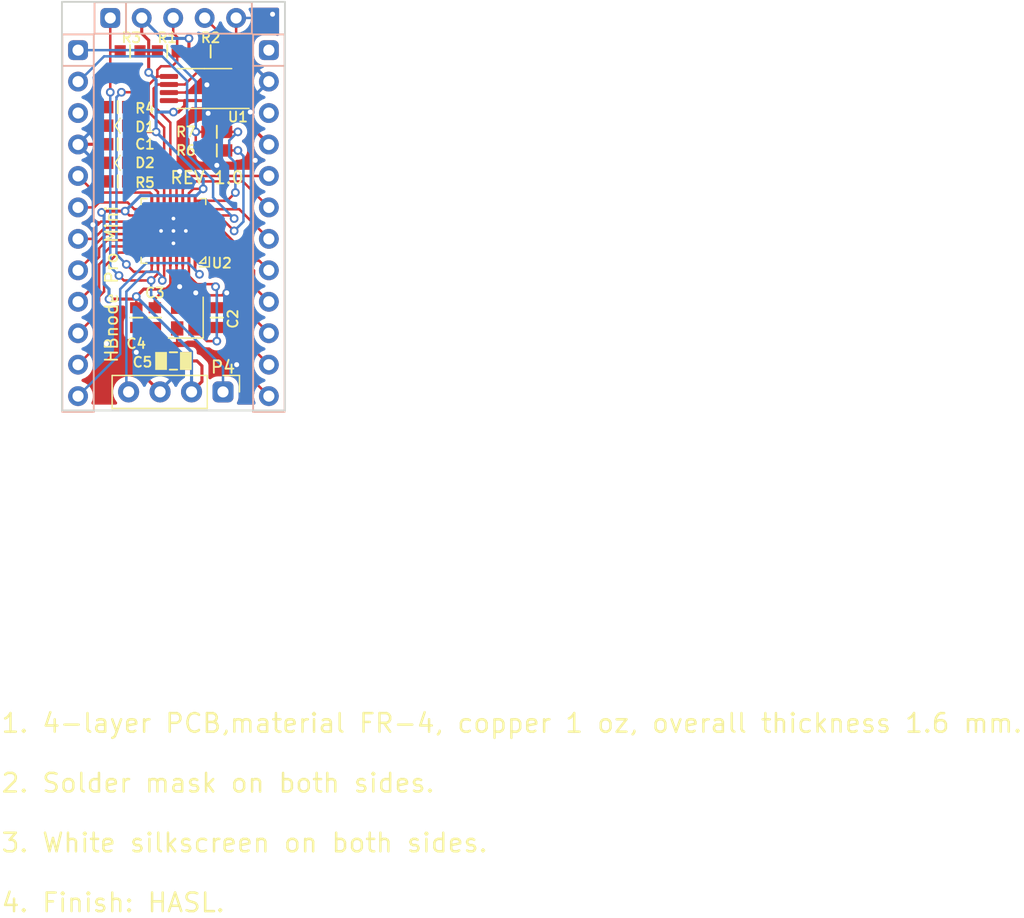
<source format=kicad_pcb>
(kicad_pcb (version 20171130) (host pcbnew "(5.1.12)-1")

  (general
    (thickness 1.6)
    (drawings 9)
    (tracks 456)
    (zones 0)
    (modules 21)
    (nets 36)
  )

  (page A4)
  (title_block
    (title "HBnode Pro Mini")
    (date 2019-09-18)
    (rev 1.0)
    (company =AK=)
  )

  (layers
    (0 F.Cu signal)
    (31 B.Cu signal)
    (33 F.Adhes user hide)
    (35 F.Paste user hide)
    (36 B.SilkS user)
    (37 F.SilkS user)
    (38 B.Mask user hide)
    (39 F.Mask user hide)
    (40 Dwgs.User user hide)
    (41 Cmts.User user)
    (42 Eco1.User user hide)
    (43 Eco2.User user hide)
    (44 Edge.Cuts user)
    (45 Margin user hide)
    (46 B.CrtYd user hide)
    (47 F.CrtYd user hide)
    (48 B.Fab user hide)
    (49 F.Fab user hide)
  )

  (setup
    (last_trace_width 0.2)
    (user_trace_width 0.25)
    (trace_clearance 0.15)
    (zone_clearance 0.4)
    (zone_45_only no)
    (trace_min 0.2)
    (via_size 0.7)
    (via_drill 0.4)
    (via_min_size 0.4)
    (via_min_drill 0.3)
    (user_via 0.5 0.3)
    (uvia_size 0.3)
    (uvia_drill 0.1)
    (uvias_allowed no)
    (uvia_min_size 0.2)
    (uvia_min_drill 0.1)
    (edge_width 0.15)
    (segment_width 0.2)
    (pcb_text_width 0.3)
    (pcb_text_size 1.5 1.5)
    (mod_edge_width 0.15)
    (mod_text_size 1 1)
    (mod_text_width 0.15)
    (pad_size 1.7 1.7)
    (pad_drill 0.9)
    (pad_to_mask_clearance 0.051)
    (solder_mask_min_width 0.25)
    (aux_axis_origin 0 0)
    (visible_elements 7FFDFF7F)
    (pcbplotparams
      (layerselection 0x010e8_ffffffff)
      (usegerberextensions true)
      (usegerberattributes false)
      (usegerberadvancedattributes false)
      (creategerberjobfile false)
      (excludeedgelayer false)
      (linewidth 0.200000)
      (plotframeref true)
      (viasonmask false)
      (mode 1)
      (useauxorigin false)
      (hpglpennumber 1)
      (hpglpenspeed 20)
      (hpglpendiameter 15.000000)
      (psnegative false)
      (psa4output false)
      (plotreference true)
      (plotvalue false)
      (plotinvisibletext false)
      (padsonsilk false)
      (subtractmaskfromsilk false)
      (outputformat 1)
      (mirror false)
      (drillshape 0)
      (scaleselection 1)
      (outputdirectory "Fabrication/"))
  )

  (net 0 "")
  (net 1 COM)
  (net 2 /D7)
  (net 3 /D6)
  (net 4 /D5)
  (net 5 /D4)
  (net 6 /D3)
  (net 7 /D2)
  (net 8 /~RESET)
  (net 9 /D8)
  (net 10 /A0)
  (net 11 /A1)
  (net 12 /A2)
  (net 13 /A3)
  (net 14 +5V)
  (net 15 "Net-(C2-Pad2)")
  (net 16 "Net-(C3-Pad2)")
  (net 17 "Net-(D1-Pad1)")
  (net 18 "Net-(D2-Pad1)")
  (net 19 /BOOT-SDA)
  (net 20 /BOOT-SCL)
  (net 21 /~LED-R)
  (net 22 /~LED-G)
  (net 23 /D10-SCL)
  (net 24 /D11-MOSI)
  (net 25 /D12-MISO)
  (net 26 /D13-SCK)
  (net 27 /PC0-TX1)
  (net 28 /RX1)
  (net 29 /CCL1-OUT)
  (net 30 /UPDI)
  (net 31 /D9-SDA)
  (net 32 /TX1)
  (net 33 "Net-(P2-Pad3)")
  (net 34 "Net-(P2-Pad1)")
  (net 35 "Net-(P1-Pad3)")

  (net_class Default "This is the default net class."
    (clearance 0.15)
    (trace_width 0.2)
    (via_dia 0.7)
    (via_drill 0.4)
    (uvia_dia 0.3)
    (uvia_drill 0.1)
    (add_net +5V)
    (add_net /A0)
    (add_net /A1)
    (add_net /A2)
    (add_net /A3)
    (add_net /BOOT-SCL)
    (add_net /BOOT-SDA)
    (add_net /CCL1-OUT)
    (add_net /D10-SCL)
    (add_net /D11-MOSI)
    (add_net /D12-MISO)
    (add_net /D13-SCK)
    (add_net /D2)
    (add_net /D3)
    (add_net /D4)
    (add_net /D5)
    (add_net /D6)
    (add_net /D7)
    (add_net /D8)
    (add_net /D9-SDA)
    (add_net /PC0-TX1)
    (add_net /RX1)
    (add_net /TX1)
    (add_net /UPDI)
    (add_net /~LED-G)
    (add_net /~LED-R)
    (add_net /~RESET)
    (add_net COM)
    (add_net "Net-(C2-Pad2)")
    (add_net "Net-(C3-Pad2)")
    (add_net "Net-(D1-Pad1)")
    (add_net "Net-(D2-Pad1)")
    (add_net "Net-(P1-Pad3)")
    (add_net "Net-(P2-Pad1)")
    (add_net "Net-(P2-Pad3)")
  )

  (module Package_DFN_QFN:QFN-32-1EP_5x5mm_P0.5mm_EP3.1x3.1mm_pin0 (layer F.Cu) (tedit 63E6166D) (tstamp 63E219FE)
    (at 89 68.5 180)
    (descr "QFN, 32 Pin (http://ww1.microchip.com/downloads/en/DeviceDoc/8008S.pdf#page=20), generated with kicad-footprint-generator ipc_noLead_generator.py")
    (tags "QFN NoLead")
    (path /63AFCA8E)
    (attr smd)
    (fp_text reference U2 (at -3.9 -2.6) (layer F.SilkS)
      (effects (font (size 0.8 0.8) (thickness 0.15)))
    )
    (fp_text value AVR64DD32 (at 0 3.82) (layer F.Fab)
      (effects (font (size 1 1) (thickness 0.15)))
    )
    (fp_line (start 2.135 -2.61) (end 2.61 -2.61) (layer F.SilkS) (width 0.12))
    (fp_line (start 2.61 -2.61) (end 2.61 -2.135) (layer F.SilkS) (width 0.12))
    (fp_line (start -2.135 2.61) (end -2.61 2.61) (layer F.SilkS) (width 0.12))
    (fp_line (start -2.61 2.61) (end -2.61 2.135) (layer F.SilkS) (width 0.12))
    (fp_line (start 2.135 2.61) (end 2.61 2.61) (layer F.SilkS) (width 0.12))
    (fp_line (start 2.61 2.61) (end 2.61 2.135) (layer F.SilkS) (width 0.12))
    (fp_line (start -1.5 -2.5) (end 2.5 -2.5) (layer F.Fab) (width 0.1))
    (fp_line (start 2.5 -2.5) (end 2.5 2.5) (layer F.Fab) (width 0.1))
    (fp_line (start 2.5 2.5) (end -2.5 2.5) (layer F.Fab) (width 0.1))
    (fp_line (start -2.5 2.5) (end -2.5 -1.5) (layer F.Fab) (width 0.1))
    (fp_line (start -2.5 -1.5) (end -1.5 -2.5) (layer F.Fab) (width 0.1))
    (fp_line (start -3.12 -3.12) (end -3.12 3.12) (layer F.CrtYd) (width 0.05))
    (fp_line (start -3.12 3.12) (end 3.12 3.12) (layer F.CrtYd) (width 0.05))
    (fp_line (start 3.12 3.12) (end 3.12 -3.12) (layer F.CrtYd) (width 0.05))
    (fp_line (start 3.12 -3.12) (end -3.12 -3.12) (layer F.CrtYd) (width 0.05))
    (fp_line (start -2.6 -2.1) (end -2.1 -2.6) (layer F.SilkS) (width 0.12))
    (fp_line (start -2.6 -2.6) (end -2.6 -2.1) (layer F.SilkS) (width 0.12))
    (fp_line (start -2.9 -2.9) (end -2.9 -2.1) (layer F.SilkS) (width 0.12))
    (fp_line (start -2.1 -2.9) (end -2.9 -2.9) (layer F.SilkS) (width 0.12))
    (fp_line (start -2.6 -2.6) (end -2.1 -2.6) (layer F.SilkS) (width 0.12))
    (fp_text user %R (at 0 0) (layer F.Fab)
      (effects (font (size 1 1) (thickness 0.15)))
    )
    (pad 0 thru_hole circle (at 1 0 180) (size 0.5 0.5) (drill 0.3) (layers *.Cu)
      (net 1 COM) (zone_connect 2))
    (pad 0 thru_hole circle (at 0 1 180) (size 0.5 0.5) (drill 0.3) (layers *.Cu)
      (net 1 COM) (zone_connect 2))
    (pad ~ smd roundrect (at 0.9 -0.9 180) (size 1.1 1.1) (layers F.Paste) (roundrect_rratio 0.25)
      (zone_connect 2))
    (pad ~ smd roundrect (at 0.9 0.9 180) (size 1.1 1.1) (layers F.Paste) (roundrect_rratio 0.25)
      (zone_connect 2))
    (pad ~ smd roundrect (at -0.9 0.9 180) (size 1.1 1.1) (layers F.Paste) (roundrect_rratio 0.25)
      (zone_connect 2))
    (pad ~ smd roundrect (at -0.9 -0.9 180) (size 1.1 1.1) (layers F.Paste) (roundrect_rratio 0.25)
      (zone_connect 2))
    (pad 0 thru_hole circle (at -1 0 180) (size 0.5 0.5) (drill 0.3) (layers *.Cu)
      (net 1 COM) (zone_connect 2))
    (pad 0 thru_hole circle (at 0 0 180) (size 0.5 0.5) (drill 0.3) (layers *.Cu)
      (net 1 COM) (zone_connect 2))
    (pad 0 thru_hole circle (at 0 -1 180) (size 0.5 0.5) (drill 0.3) (layers *.Cu)
      (net 1 COM) (zone_connect 2))
    (pad 0 smd rect (at 0 0 180) (size 3.1 3.1) (layers F.Cu F.Mask)
      (net 1 COM))
    (pad 32 smd roundrect (at -1.75 -2.4375 180) (size 0.25 0.875) (layers F.Cu F.Paste F.Mask) (roundrect_rratio 0.25)
      (net 31 /D9-SDA))
    (pad 31 smd roundrect (at -1.25 -2.4375 180) (size 0.25 0.875) (layers F.Cu F.Paste F.Mask) (roundrect_rratio 0.25)
      (net 15 "Net-(C2-Pad2)"))
    (pad 30 smd roundrect (at -0.75 -2.4375 180) (size 0.25 0.875) (layers F.Cu F.Paste F.Mask) (roundrect_rratio 0.25)
      (net 16 "Net-(C3-Pad2)"))
    (pad 29 smd roundrect (at -0.25 -2.4375 180) (size 0.25 0.875) (layers F.Cu F.Paste F.Mask) (roundrect_rratio 0.25)
      (net 1 COM))
    (pad 28 smd roundrect (at 0.25 -2.4375 180) (size 0.25 0.875) (layers F.Cu F.Paste F.Mask) (roundrect_rratio 0.25)
      (net 14 +5V))
    (pad 27 smd roundrect (at 0.75 -2.4375 180) (size 0.25 0.875) (layers F.Cu F.Paste F.Mask) (roundrect_rratio 0.25)
      (net 30 /UPDI))
    (pad 26 smd roundrect (at 1.25 -2.4375 180) (size 0.25 0.875) (layers F.Cu F.Paste F.Mask) (roundrect_rratio 0.25)
      (net 8 /~RESET))
    (pad 25 smd roundrect (at 1.75 -2.4375 180) (size 0.25 0.875) (layers F.Cu F.Paste F.Mask) (roundrect_rratio 0.25)
      (net 21 /~LED-R))
    (pad 24 smd roundrect (at 2.4375 -1.75 180) (size 0.875 0.25) (layers F.Cu F.Paste F.Mask) (roundrect_rratio 0.25)
      (net 9 /D8))
    (pad 23 smd roundrect (at 2.4375 -1.25 180) (size 0.875 0.25) (layers F.Cu F.Paste F.Mask) (roundrect_rratio 0.25)
      (net 2 /D7))
    (pad 22 smd roundrect (at 2.4375 -0.75 180) (size 0.875 0.25) (layers F.Cu F.Paste F.Mask) (roundrect_rratio 0.25)
      (net 3 /D6))
    (pad 21 smd roundrect (at 2.4375 -0.25 180) (size 0.875 0.25) (layers F.Cu F.Paste F.Mask) (roundrect_rratio 0.25)
      (net 4 /D5))
    (pad 20 smd roundrect (at 2.4375 0.25 180) (size 0.875 0.25) (layers F.Cu F.Paste F.Mask) (roundrect_rratio 0.25)
      (net 5 /D4))
    (pad 19 smd roundrect (at 2.4375 0.75 180) (size 0.875 0.25) (layers F.Cu F.Paste F.Mask) (roundrect_rratio 0.25)
      (net 1 COM))
    (pad 18 smd roundrect (at 2.4375 1.25 180) (size 0.875 0.25) (layers F.Cu F.Paste F.Mask) (roundrect_rratio 0.25)
      (net 14 +5V))
    (pad 17 smd roundrect (at 2.4375 1.75 180) (size 0.875 0.25) (layers F.Cu F.Paste F.Mask) (roundrect_rratio 0.25)
      (net 6 /D3))
    (pad 16 smd roundrect (at 1.75 2.4375 180) (size 0.25 0.875) (layers F.Cu F.Paste F.Mask) (roundrect_rratio 0.25)
      (net 7 /D2))
    (pad 15 smd roundrect (at 1.25 2.4375 180) (size 0.25 0.875) (layers F.Cu F.Paste F.Mask) (roundrect_rratio 0.25)
      (net 22 /~LED-G))
    (pad 14 smd roundrect (at 0.75 2.4375 180) (size 0.25 0.875) (layers F.Cu F.Paste F.Mask) (roundrect_rratio 0.25)
      (net 19 /BOOT-SDA))
    (pad 13 smd roundrect (at 0.25 2.4375 180) (size 0.25 0.875) (layers F.Cu F.Paste F.Mask) (roundrect_rratio 0.25)
      (net 20 /BOOT-SCL))
    (pad 12 smd roundrect (at -0.25 2.4375 180) (size 0.25 0.875) (layers F.Cu F.Paste F.Mask) (roundrect_rratio 0.25)
      (net 13 /A3))
    (pad 11 smd roundrect (at -0.75 2.4375 180) (size 0.25 0.875) (layers F.Cu F.Paste F.Mask) (roundrect_rratio 0.25)
      (net 12 /A2))
    (pad 10 smd roundrect (at -1.25 2.4375 180) (size 0.25 0.875) (layers F.Cu F.Paste F.Mask) (roundrect_rratio 0.25)
      (net 14 +5V))
    (pad 9 smd roundrect (at -1.75 2.4375 180) (size 0.25 0.875) (layers F.Cu F.Paste F.Mask) (roundrect_rratio 0.25)
      (net 29 /CCL1-OUT))
    (pad 8 smd roundrect (at -2.4375 1.75 180) (size 0.875 0.25) (layers F.Cu F.Paste F.Mask) (roundrect_rratio 0.25)
      (net 11 /A1))
    (pad 7 smd roundrect (at -2.4375 1.25 180) (size 0.875 0.25) (layers F.Cu F.Paste F.Mask) (roundrect_rratio 0.25)
      (net 28 /RX1))
    (pad 6 smd roundrect (at -2.4375 0.75 180) (size 0.875 0.25) (layers F.Cu F.Paste F.Mask) (roundrect_rratio 0.25)
      (net 27 /PC0-TX1))
    (pad 5 smd roundrect (at -2.4375 0.25 180) (size 0.875 0.25) (layers F.Cu F.Paste F.Mask) (roundrect_rratio 0.25)
      (net 10 /A0))
    (pad 4 smd roundrect (at -2.4375 -0.25 180) (size 0.875 0.25) (layers F.Cu F.Paste F.Mask) (roundrect_rratio 0.25)
      (net 26 /D13-SCK))
    (pad 3 smd roundrect (at -2.4375 -0.75 180) (size 0.875 0.25) (layers F.Cu F.Paste F.Mask) (roundrect_rratio 0.25)
      (net 25 /D12-MISO))
    (pad 2 smd roundrect (at -2.4375 -1.25 180) (size 0.875 0.25) (layers F.Cu F.Paste F.Mask) (roundrect_rratio 0.25)
      (net 24 /D11-MOSI))
    (pad 1 smd roundrect (at -2.4375 -1.75 180) (size 0.875 0.25) (layers F.Cu F.Paste F.Mask) (roundrect_rratio 0.25)
      (net 23 /D10-SCL))
    (model ${KISYS3DMOD}/Package_DFN_QFN.3dshapes/QFN-32-1EP_5x5mm_P0.5mm_EP3.1x3.1mm.wrl
      (at (xyz 0 0 0))
      (scale (xyz 1 1 1))
      (rotate (xyz 0 0 0))
    )
  )

  (module Connectors:HDR_12 locked (layer B.Cu) (tedit 5D820443) (tstamp 5D836019)
    (at 81.3 53.9 270)
    (path /63AFF3DD)
    (fp_text reference P1 (at -2 -0.3 270) (layer B.SilkS) hide
      (effects (font (size 0.8 0.8) (thickness 0.15)) (justify mirror))
    )
    (fp_text value CONN_01X12 (at 0 -2.54 270) (layer B.Fab)
      (effects (font (size 0.8 0.8) (thickness 0.15)) (justify mirror))
    )
    (fp_line (start 1.27 1.27) (end 1.27 -1.27) (layer B.SilkS) (width 0.15))
    (fp_line (start -1.27 1.27) (end -1.27 -1.27) (layer B.SilkS) (width 0.15))
    (fp_line (start -1.27 -1.27) (end 29.21 -1.27) (layer B.SilkS) (width 0.15))
    (fp_line (start 29.21 -1.27) (end 29.21 1.27) (layer B.SilkS) (width 0.15))
    (fp_line (start 29.21 1.27) (end -1.27 1.27) (layer B.SilkS) (width 0.15))
    (pad 10 thru_hole circle (at 22.86 0 270) (size 1.6 1.6) (drill 0.9) (layers *.Cu *.Mask)
      (net 2 /D7))
    (pad 9 thru_hole circle (at 20.32 0 270) (size 1.6 1.6) (drill 0.9) (layers *.Cu *.Mask)
      (net 3 /D6))
    (pad 8 thru_hole circle (at 17.78 0 270) (size 1.6 1.6) (drill 0.9) (layers *.Cu *.Mask)
      (net 4 /D5))
    (pad 7 thru_hole circle (at 15.24 0 270) (size 1.6 1.6) (drill 0.9) (layers *.Cu *.Mask)
      (net 5 /D4))
    (pad 6 thru_hole circle (at 12.7 0 270) (size 1.6 1.6) (drill 0.9) (layers *.Cu *.Mask)
      (net 6 /D3))
    (pad 5 thru_hole circle (at 10.16 0 270) (size 1.6 1.6) (drill 0.9) (layers *.Cu *.Mask)
      (net 7 /D2))
    (pad 4 thru_hole circle (at 7.62 0 270) (size 1.6 1.6) (drill 0.9) (layers *.Cu *.Mask)
      (net 1 COM))
    (pad 3 thru_hole circle (at 5.08 0 270) (size 1.6 1.6) (drill 0.9) (layers *.Cu *.Mask)
      (net 35 "Net-(P1-Pad3)"))
    (pad 2 thru_hole circle (at 2.54 0 270) (size 1.6 1.6) (drill 0.9) (layers *.Cu *.Mask)
      (net 28 /RX1))
    (pad 1 thru_hole roundrect (at 0 0 270) (size 1.6 1.6) (drill 0.9) (layers *.Cu *.Mask) (roundrect_rratio 0.25)
      (net 32 /TX1))
    (pad 11 thru_hole circle (at 25.4 0 270) (size 1.6 1.6) (drill 0.9) (layers *.Cu *.Mask)
      (net 9 /D8))
    (pad 12 thru_hole circle (at 27.94 0 270) (size 1.6 1.6) (drill 0.9) (layers *.Cu *.Mask)
      (net 31 /D9-SDA))
  )

  (module Connectors:HDR_12 locked (layer B.Cu) (tedit 5D82044A) (tstamp 5D836EFA)
    (at 96.7 53.9 270)
    (path /63AFE549)
    (fp_text reference P2 (at -2 0.3 270) (layer B.SilkS) hide
      (effects (font (size 0.8 0.8) (thickness 0.15)) (justify mirror))
    )
    (fp_text value CONN_01X12 (at 0 -2.54 270) (layer B.Fab)
      (effects (font (size 0.8 0.8) (thickness 0.15)) (justify mirror))
    )
    (fp_line (start 1.27 1.27) (end 1.27 -1.27) (layer B.SilkS) (width 0.15))
    (fp_line (start -1.27 1.27) (end -1.27 -1.27) (layer B.SilkS) (width 0.15))
    (fp_line (start -1.27 -1.27) (end 29.21 -1.27) (layer B.SilkS) (width 0.15))
    (fp_line (start 29.21 -1.27) (end 29.21 1.27) (layer B.SilkS) (width 0.15))
    (fp_line (start 29.21 1.27) (end -1.27 1.27) (layer B.SilkS) (width 0.15))
    (pad 10 thru_hole circle (at 22.86 0 270) (size 1.6 1.6) (drill 0.9) (layers *.Cu *.Mask)
      (net 25 /D12-MISO))
    (pad 9 thru_hole circle (at 20.32 0 270) (size 1.6 1.6) (drill 0.9) (layers *.Cu *.Mask)
      (net 26 /D13-SCK))
    (pad 8 thru_hole circle (at 17.78 0 270) (size 1.6 1.6) (drill 0.9) (layers *.Cu *.Mask)
      (net 10 /A0))
    (pad 7 thru_hole circle (at 15.24 0 270) (size 1.6 1.6) (drill 0.9) (layers *.Cu *.Mask)
      (net 11 /A1))
    (pad 6 thru_hole circle (at 12.7 0 270) (size 1.6 1.6) (drill 0.9) (layers *.Cu *.Mask)
      (net 12 /A2))
    (pad 5 thru_hole circle (at 10.16 0 270) (size 1.6 1.6) (drill 0.9) (layers *.Cu *.Mask)
      (net 13 /A3))
    (pad 4 thru_hole circle (at 7.62 0 270) (size 1.6 1.6) (drill 0.9) (layers *.Cu *.Mask)
      (net 14 +5V))
    (pad 3 thru_hole circle (at 5.08 0 270) (size 1.6 1.6) (drill 0.9) (layers *.Cu *.Mask)
      (net 33 "Net-(P2-Pad3)"))
    (pad 2 thru_hole circle (at 2.54 0 270) (size 1.6 1.6) (drill 0.9) (layers *.Cu *.Mask)
      (net 1 COM))
    (pad 1 thru_hole roundrect (at 0 0 270) (size 1.6 1.6) (drill 0.9) (layers *.Cu *.Mask) (roundrect_rratio 0.25)
      (net 34 "Net-(P2-Pad1)"))
    (pad 11 thru_hole circle (at 25.4 0 270) (size 1.6 1.6) (drill 0.9) (layers *.Cu *.Mask)
      (net 24 /D11-MOSI))
    (pad 12 thru_hole circle (at 27.94 0 270) (size 1.6 1.6) (drill 0.9) (layers *.Cu *.Mask)
      (net 23 /D10-SCL))
  )

  (module Connectors:HDR_5 (layer B.Cu) (tedit 63E3462A) (tstamp 5D836910)
    (at 83.9 51.3)
    (path /63E25171)
    (fp_text reference P3 (at -2.4 -0.5) (layer B.SilkS) hide
      (effects (font (size 0.8 0.8) (thickness 0.15)) (justify mirror))
    )
    (fp_text value CONN_01X05 (at 0 -2.54) (layer B.Fab)
      (effects (font (size 0.8 0.8) (thickness 0.15)) (justify mirror))
    )
    (fp_line (start 1.27 1.27) (end -1.27 1.27) (layer B.SilkS) (width 0.15))
    (fp_line (start 1.27 -1.27) (end 1.27 1.27) (layer B.SilkS) (width 0.15))
    (fp_line (start -1.27 -1.27) (end 1.27 -1.27) (layer B.SilkS) (width 0.15))
    (fp_line (start -1.27 1.27) (end -1.27 -1.27) (layer B.SilkS) (width 0.15))
    (fp_line (start 11.43 1.27) (end 11.43 -1.27) (layer B.SilkS) (width 0.15))
    (fp_line (start 1.27 1.27) (end 11.43 1.27) (layer B.SilkS) (width 0.15))
    (fp_line (start 1.27 -1.27) (end 11.43 -1.27) (layer B.SilkS) (width 0.15))
    (pad 5 thru_hole circle (at 10.16 0) (size 1.6 1.6) (drill 0.9) (layers *.Cu *.Mask)
      (net 1 COM))
    (pad 4 thru_hole circle (at 7.62 0) (size 1.6 1.6) (drill 0.9) (layers *.Cu *.Mask)
      (net 20 /BOOT-SCL))
    (pad 3 thru_hole circle (at 5.08 0) (size 1.6 1.6) (drill 0.9) (layers *.Cu *.Mask)
      (net 19 /BOOT-SDA))
    (pad 2 thru_hole circle (at 2.54 0) (size 1.6 1.6) (drill 0.9) (layers *.Cu *.Mask)
      (net 14 +5V))
    (pad 1 thru_hole roundrect (at 0 0) (size 1.6 1.6) (drill 0.9) (layers *.Cu *.Mask) (roundrect_rratio 0.25)
      (net 8 /~RESET))
  )

  (module Discret:0603 (layer F.Cu) (tedit 63E6141C) (tstamp 63E21960)
    (at 84.5 61.5 180)
    (tags "0603 SMD")
    (path /63B7FB29)
    (attr smd)
    (fp_text reference C1 (at -2.2 0 180) (layer F.SilkS)
      (effects (font (size 0.8 0.8) (thickness 0.15)))
    )
    (fp_text value 100n (at 0.1 1.3 180) (layer F.SilkS) hide
      (effects (font (size 0.8 0.8) (thickness 0.1)))
    )
    (fp_line (start 0 -0.5) (end 0 0.5) (layer F.SilkS) (width 0.15))
    (pad 1 smd rect (at -0.8 0 180) (size 0.9 1) (layers F.Cu F.Paste F.Mask)
      (net 14 +5V) (solder_mask_margin 0.1))
    (pad 2 smd rect (at 0.8 0 180) (size 0.9 1) (layers F.Cu F.Paste F.Mask)
      (net 1 COM) (solder_mask_margin 0.1))
    (model ${KISYS3DMOD}/Resistors_SMD.3dshapes/R_0603.wrl
      (at (xyz 0 0 0))
      (scale (xyz 1 1 1))
      (rotate (xyz 0 0 0))
    )
  )

  (module Discret:0603 (layer F.Cu) (tedit 63E61674) (tstamp 63E21967)
    (at 92.5 75.5 270)
    (tags "0603 SMD")
    (path /63B14CA8)
    (attr smd)
    (fp_text reference C2 (at 0.1 -1.3 270) (layer F.SilkS)
      (effects (font (size 0.8 0.8) (thickness 0.15)))
    )
    (fp_text value 22p (at 0.1 1.3 270) (layer F.SilkS) hide
      (effects (font (size 0.8 0.8) (thickness 0.1)))
    )
    (fp_line (start 0 -0.5) (end 0 0.5) (layer F.SilkS) (width 0.15))
    (pad 1 smd rect (at -0.8 0 270) (size 0.9 1) (layers F.Cu F.Paste F.Mask)
      (net 1 COM) (solder_mask_margin 0.1))
    (pad 2 smd rect (at 0.8 0 270) (size 0.9 1) (layers F.Cu F.Paste F.Mask)
      (net 15 "Net-(C2-Pad2)") (solder_mask_margin 0.1))
    (model ${KISYS3DMOD}/Resistors_SMD.3dshapes/R_0603.wrl
      (at (xyz 0 0 0))
      (scale (xyz 1 1 1))
      (rotate (xyz 0 0 0))
    )
  )

  (module Discret:0603 (layer F.Cu) (tedit 63E5FA37) (tstamp 63E2196E)
    (at 87.5 75.5 90)
    (tags "0603 SMD")
    (path /63B142EB)
    (attr smd)
    (fp_text reference C3 (at 2 0 180) (layer F.SilkS)
      (effects (font (size 0.8 0.8) (thickness 0.15)))
    )
    (fp_text value 22p (at 0.1 1.3 90) (layer F.SilkS) hide
      (effects (font (size 0.8 0.8) (thickness 0.1)))
    )
    (fp_line (start 0 -0.5) (end 0 0.5) (layer F.SilkS) (width 0.15))
    (pad 2 smd rect (at 0.8 0 90) (size 0.9 1) (layers F.Cu F.Paste F.Mask)
      (net 16 "Net-(C3-Pad2)") (solder_mask_margin 0.1))
    (pad 1 smd rect (at -0.8 0 90) (size 0.9 1) (layers F.Cu F.Paste F.Mask)
      (net 1 COM) (solder_mask_margin 0.1))
    (model ${KISYS3DMOD}/Resistors_SMD.3dshapes/R_0603.wrl
      (at (xyz 0 0 0))
      (scale (xyz 1 1 1))
      (rotate (xyz 0 0 0))
    )
  )

  (module Discret:0603 (layer F.Cu) (tedit 63E61757) (tstamp 63E21975)
    (at 86 75.5 270)
    (tags "0603 SMD")
    (path /63B1179E)
    (attr smd)
    (fp_text reference C4 (at 2.1 0) (layer F.SilkS)
      (effects (font (size 0.8 0.8) (thickness 0.15)))
    )
    (fp_text value 100n (at 0.1 1.3 270) (layer F.SilkS) hide
      (effects (font (size 0.8 0.8) (thickness 0.1)))
    )
    (fp_line (start 0 -0.5) (end 0 0.5) (layer F.SilkS) (width 0.15))
    (pad 2 smd rect (at 0.8 0 270) (size 0.9 1) (layers F.Cu F.Paste F.Mask)
      (net 1 COM) (solder_mask_margin 0.1))
    (pad 1 smd rect (at -0.8 0 270) (size 0.9 1) (layers F.Cu F.Paste F.Mask)
      (net 14 +5V) (solder_mask_margin 0.1))
    (model ${KISYS3DMOD}/Resistors_SMD.3dshapes/R_0603.wrl
      (at (xyz 0 0 0))
      (scale (xyz 1 1 1))
      (rotate (xyz 0 0 0))
    )
  )

  (module Discret:0805 (layer F.Cu) (tedit 63E5FA40) (tstamp 63E2197D)
    (at 89 79 180)
    (tags "0805 SMD")
    (path /63B11F4D)
    (attr smd)
    (fp_text reference C5 (at 2.5 -0.1 180) (layer F.SilkS)
      (effects (font (size 0.8 0.8) (thickness 0.15)))
    )
    (fp_text value 10uF (at 0 1.6 180) (layer F.SilkS) hide
      (effects (font (size 0.8 0.8) (thickness 0.15)))
    )
    (fp_line (start -0.3 -0.7) (end 0.3 -0.7) (layer F.SilkS) (width 0.15))
    (fp_line (start -0.3 0.7) (end 0.3 0.7) (layer F.SilkS) (width 0.15))
    (pad 1 smd rect (at -1 0 180) (size 0.95 1.45) (layers F.Cu F.Paste F.SilkS F.Mask)
      (net 14 +5V) (solder_mask_margin 0.1))
    (pad 2 smd rect (at 1 0 180) (size 0.95 1.45) (layers F.Cu F.Paste F.SilkS F.Mask)
      (net 1 COM) (solder_mask_margin 0.1))
    (model ${KISYS3DMOD}/Resistors_SMD.3dshapes/R_0805_HandSoldering.wrl
      (at (xyz 0 0 0))
      (scale (xyz 1 1 1))
      (rotate (xyz 0 0 0))
    )
  )

  (module Discret:0603 (layer F.Cu) (tedit 63E5FA49) (tstamp 63E21992)
    (at 88.5 54)
    (tags "0603 SMD")
    (path /63BF9942)
    (attr smd)
    (fp_text reference R1 (at 0 -1.1) (layer F.SilkS)
      (effects (font (size 0.8 0.8) (thickness 0.15)))
    )
    (fp_text value 4.7k (at 0.1 1.3) (layer F.SilkS) hide
      (effects (font (size 0.8 0.8) (thickness 0.1)))
    )
    (fp_line (start 0 -0.5) (end 0 0.5) (layer F.SilkS) (width 0.15))
    (pad 2 smd rect (at 0.8 0) (size 0.9 1) (layers F.Cu F.Paste F.Mask)
      (net 19 /BOOT-SDA) (solder_mask_margin 0.1))
    (pad 1 smd rect (at -0.8 0) (size 0.9 1) (layers F.Cu F.Paste F.Mask)
      (net 14 +5V) (solder_mask_margin 0.1))
    (model ${KISYS3DMOD}/Resistors_SMD.3dshapes/R_0603.wrl
      (at (xyz 0 0 0))
      (scale (xyz 1 1 1))
      (rotate (xyz 0 0 0))
    )
  )

  (module Discret:0603 (layer F.Cu) (tedit 63E5FA4C) (tstamp 63E21999)
    (at 92 54)
    (tags "0603 SMD")
    (path /63BFA29B)
    (attr smd)
    (fp_text reference R2 (at 0 -1.1) (layer F.SilkS)
      (effects (font (size 0.8 0.8) (thickness 0.15)))
    )
    (fp_text value 4.7k (at 0.1 1.3) (layer F.SilkS) hide
      (effects (font (size 0.8 0.8) (thickness 0.1)))
    )
    (fp_line (start 0 -0.5) (end 0 0.5) (layer F.SilkS) (width 0.15))
    (pad 1 smd rect (at -0.8 0) (size 0.9 1) (layers F.Cu F.Paste F.Mask)
      (net 14 +5V) (solder_mask_margin 0.1))
    (pad 2 smd rect (at 0.8 0) (size 0.9 1) (layers F.Cu F.Paste F.Mask)
      (net 20 /BOOT-SCL) (solder_mask_margin 0.1))
    (model ${KISYS3DMOD}/Resistors_SMD.3dshapes/R_0603.wrl
      (at (xyz 0 0 0))
      (scale (xyz 1 1 1))
      (rotate (xyz 0 0 0))
    )
  )

  (module Discret:0603 (layer F.Cu) (tedit 63E5FA46) (tstamp 63E219A0)
    (at 85.5 54 180)
    (tags "0603 SMD")
    (path /63E6D911)
    (attr smd)
    (fp_text reference R3 (at -0.1 1.1 180) (layer F.SilkS)
      (effects (font (size 0.8 0.8) (thickness 0.15)))
    )
    (fp_text value 4.7k (at 0.1 1.3 180) (layer F.SilkS) hide
      (effects (font (size 0.8 0.8) (thickness 0.1)))
    )
    (fp_line (start 0 -0.5) (end 0 0.5) (layer F.SilkS) (width 0.15))
    (pad 1 smd rect (at -0.8 0 180) (size 0.9 1) (layers F.Cu F.Paste F.Mask)
      (net 14 +5V) (solder_mask_margin 0.1))
    (pad 2 smd rect (at 0.8 0 180) (size 0.9 1) (layers F.Cu F.Paste F.Mask)
      (net 8 /~RESET) (solder_mask_margin 0.1))
    (model ${KISYS3DMOD}/Resistors_SMD.3dshapes/R_0603.wrl
      (at (xyz 0 0 0))
      (scale (xyz 1 1 1))
      (rotate (xyz 0 0 0))
    )
  )

  (module Discret:0603 (layer F.Cu) (tedit 63E61422) (tstamp 63E219A7)
    (at 84.5 58.5)
    (tags "0603 SMD")
    (path /63BFF61D)
    (attr smd)
    (fp_text reference R4 (at 2.2 0.1) (layer F.SilkS)
      (effects (font (size 0.8 0.8) (thickness 0.15)))
    )
    (fp_text value 4.7k (at 0.1 1.3) (layer F.SilkS) hide
      (effects (font (size 0.8 0.8) (thickness 0.1)))
    )
    (fp_line (start 0 -0.5) (end 0 0.5) (layer F.SilkS) (width 0.15))
    (pad 2 smd rect (at 0.8 0) (size 0.9 1) (layers F.Cu F.Paste F.Mask)
      (net 21 /~LED-R) (solder_mask_margin 0.1))
    (pad 1 smd rect (at -0.8 0) (size 0.9 1) (layers F.Cu F.Paste F.Mask)
      (net 17 "Net-(D1-Pad1)") (solder_mask_margin 0.1))
    (model ${KISYS3DMOD}/Resistors_SMD.3dshapes/R_0603.wrl
      (at (xyz 0 0 0))
      (scale (xyz 1 1 1))
      (rotate (xyz 0 0 0))
    )
  )

  (module Discret:0603 (layer F.Cu) (tedit 63E61419) (tstamp 63E219AE)
    (at 84.5 64.5)
    (tags "0603 SMD")
    (path /63B64AAB)
    (attr smd)
    (fp_text reference R5 (at 2.2 0.1) (layer F.SilkS)
      (effects (font (size 0.8 0.8) (thickness 0.15)))
    )
    (fp_text value 4.7k (at 0.1 1.3) (layer F.SilkS) hide
      (effects (font (size 0.8 0.8) (thickness 0.1)))
    )
    (fp_line (start 0 -0.5) (end 0 0.5) (layer F.SilkS) (width 0.15))
    (pad 1 smd rect (at -0.8 0) (size 0.9 1) (layers F.Cu F.Paste F.Mask)
      (net 18 "Net-(D2-Pad1)") (solder_mask_margin 0.1))
    (pad 2 smd rect (at 0.8 0) (size 0.9 1) (layers F.Cu F.Paste F.Mask)
      (net 22 /~LED-G) (solder_mask_margin 0.1))
    (model ${KISYS3DMOD}/Resistors_SMD.3dshapes/R_0603.wrl
      (at (xyz 0 0 0))
      (scale (xyz 1 1 1))
      (rotate (xyz 0 0 0))
    )
  )

  (module Package_SO:TSSOP-8_4.4x3mm_P0.65mm (layer F.Cu) (tedit 63E5FA1F) (tstamp 63E27174)
    (at 91.5 57 180)
    (descr "TSSOP, 8 Pin (JEDEC MO-153 Var AA https://www.jedec.org/document_search?search_api_views_fulltext=MO-153), generated with kicad-footprint-generator ipc_gullwing_generator.py")
    (tags "TSSOP SO")
    (path /63B616F5)
    (attr smd)
    (fp_text reference U1 (at -2.7 -2.3 180) (layer F.SilkS)
      (effects (font (size 0.8 0.8) (thickness 0.15)))
    )
    (fp_text value 24C512 (at 0 2.45 180) (layer F.Fab)
      (effects (font (size 1 1) (thickness 0.15)))
    )
    (fp_line (start 0 1.61) (end 2.2 1.61) (layer F.SilkS) (width 0.12))
    (fp_line (start 0 1.61) (end -2.2 1.61) (layer F.SilkS) (width 0.12))
    (fp_line (start 0 -1.61) (end 2.2 -1.61) (layer F.SilkS) (width 0.12))
    (fp_line (start 0 -1.61) (end -3.6 -1.61) (layer F.SilkS) (width 0.12))
    (fp_line (start -1.45 -1.5) (end 2.2 -1.5) (layer F.Fab) (width 0.1))
    (fp_line (start 2.2 -1.5) (end 2.2 1.5) (layer F.Fab) (width 0.1))
    (fp_line (start 2.2 1.5) (end -2.2 1.5) (layer F.Fab) (width 0.1))
    (fp_line (start -2.2 1.5) (end -2.2 -0.75) (layer F.Fab) (width 0.1))
    (fp_line (start -2.2 -0.75) (end -1.45 -1.5) (layer F.Fab) (width 0.1))
    (fp_line (start -3.85 -1.75) (end -3.85 1.75) (layer F.CrtYd) (width 0.05))
    (fp_line (start -3.85 1.75) (end 3.85 1.75) (layer F.CrtYd) (width 0.05))
    (fp_line (start 3.85 1.75) (end 3.85 -1.75) (layer F.CrtYd) (width 0.05))
    (fp_line (start 3.85 -1.75) (end -3.85 -1.75) (layer F.CrtYd) (width 0.05))
    (fp_text user %R (at 0 0 180) (layer F.Fab)
      (effects (font (size 1 1) (thickness 0.15)))
    )
    (pad 1 smd roundrect (at -2.8625 -0.975 180) (size 1.475 0.4) (layers F.Cu F.Paste F.Mask) (roundrect_rratio 0.25)
      (net 1 COM))
    (pad 2 smd roundrect (at -2.8625 -0.325 180) (size 1.475 0.4) (layers F.Cu F.Paste F.Mask) (roundrect_rratio 0.25)
      (net 1 COM))
    (pad 3 smd roundrect (at -2.8625 0.325 180) (size 1.475 0.4) (layers F.Cu F.Paste F.Mask) (roundrect_rratio 0.25)
      (net 14 +5V))
    (pad 4 smd roundrect (at -2.8625 0.975 180) (size 1.475 0.4) (layers F.Cu F.Paste F.Mask) (roundrect_rratio 0.25)
      (net 1 COM))
    (pad 5 smd roundrect (at 2.8625 0.975 180) (size 1.475 0.4) (layers F.Cu F.Paste F.Mask) (roundrect_rratio 0.25)
      (net 19 /BOOT-SDA))
    (pad 6 smd roundrect (at 2.8625 0.325 180) (size 1.475 0.4) (layers F.Cu F.Paste F.Mask) (roundrect_rratio 0.25)
      (net 20 /BOOT-SCL))
    (pad 7 smd roundrect (at 2.8625 -0.325 180) (size 1.475 0.4) (layers F.Cu F.Paste F.Mask) (roundrect_rratio 0.25)
      (net 1 COM))
    (pad 8 smd roundrect (at 2.8625 -0.975 180) (size 1.475 0.4) (layers F.Cu F.Paste F.Mask) (roundrect_rratio 0.25)
      (net 14 +5V))
    (model ${KISYS3DMOD}/Package_SO.3dshapes/TSSOP-8_4.4x3mm_P0.65mm.wrl
      (at (xyz 0 0 0))
      (scale (xyz 1 1 1))
      (rotate (xyz 0 0 0))
    )
  )

  (module Connector_PinHeader_2.54mm:PinHeader_1x04_P2.54mm_Vertical (layer F.Cu) (tedit 63E4BF39) (tstamp 63E35B3E)
    (at 93 81.5 270)
    (descr "Through hole straight pin header, 1x04, 2.54mm pitch, single row")
    (tags "Through hole pin header THT 1x04 2.54mm single row")
    (path /63E83A86)
    (fp_text reference P4 (at -2 0) (layer F.SilkS)
      (effects (font (size 1 1) (thickness 0.15)))
    )
    (fp_text value CONN_01X04 (at 0 9.95 270) (layer F.Fab)
      (effects (font (size 1 1) (thickness 0.15)))
    )
    (fp_line (start 1.8 -1.8) (end -1.8 -1.8) (layer F.CrtYd) (width 0.05))
    (fp_line (start 1.8 9.4) (end 1.8 -1.8) (layer F.CrtYd) (width 0.05))
    (fp_line (start -1.8 9.4) (end 1.8 9.4) (layer F.CrtYd) (width 0.05))
    (fp_line (start -1.8 -1.8) (end -1.8 9.4) (layer F.CrtYd) (width 0.05))
    (fp_line (start -1.33 -1.33) (end 0 -1.33) (layer F.SilkS) (width 0.12))
    (fp_line (start -1.33 0) (end -1.33 -1.33) (layer F.SilkS) (width 0.12))
    (fp_line (start -1.33 1.27) (end 1.33 1.27) (layer F.SilkS) (width 0.12))
    (fp_line (start 1.33 1.27) (end 1.33 8.95) (layer F.SilkS) (width 0.12))
    (fp_line (start -1.33 1.27) (end -1.33 8.95) (layer F.SilkS) (width 0.12))
    (fp_line (start -1.33 8.95) (end 1.33 8.95) (layer F.SilkS) (width 0.12))
    (fp_line (start -1.27 -0.635) (end -0.635 -1.27) (layer F.Fab) (width 0.1))
    (fp_line (start -1.27 8.89) (end -1.27 -0.635) (layer F.Fab) (width 0.1))
    (fp_line (start 1.27 8.89) (end -1.27 8.89) (layer F.Fab) (width 0.1))
    (fp_line (start 1.27 -1.27) (end 1.27 8.89) (layer F.Fab) (width 0.1))
    (fp_line (start -0.635 -1.27) (end 1.27 -1.27) (layer F.Fab) (width 0.1))
    (fp_text user %R (at 0 3.81) (layer F.Fab)
      (effects (font (size 1 1) (thickness 0.15)))
    )
    (pad 1 thru_hole roundrect (at 0 0 270) (size 1.7 1.7) (drill 0.9) (layers *.Cu *.Mask) (roundrect_rratio 0.25)
      (net 8 /~RESET))
    (pad 2 thru_hole oval (at 0 2.54 270) (size 1.7 1.7) (drill 0.9) (layers *.Cu *.Mask)
      (net 14 +5V))
    (pad 3 thru_hole oval (at 0 5.08 270) (size 1.7 1.7) (drill 0.9) (layers *.Cu *.Mask)
      (net 1 COM))
    (pad 4 thru_hole oval (at 0 7.62 270) (size 1.7 1.7) (drill 0.9) (layers *.Cu *.Mask)
      (net 30 /UPDI))
    (model ${KISYS3DMOD}/Connector_PinHeader_2.54mm.3dshapes/PinHeader_1x04_P2.54mm_Vertical.wrl
      (at (xyz 0 0 0))
      (scale (xyz 1 1 1))
      (rotate (xyz 0 0 0))
    )
  )

  (module Crystal:Crystal_SMD_2520-4Pin_2.5x2.0mm (layer F.Cu) (tedit 5A0FD1B2) (tstamp 63E379E6)
    (at 90 75.5 90)
    (descr "SMD Crystal SERIES SMD2520/4 http://www.newxtal.com/UploadFiles/Images/2012-11-12-09-29-09-776.pdf, 2.5x2.0mm^2 package")
    (tags "SMD SMT crystal")
    (path /63B13B13)
    (attr smd)
    (fp_text reference Y1 (at 0 -2.2 90) (layer F.SilkS) hide
      (effects (font (size 1 1) (thickness 0.15)))
    )
    (fp_text value 24MHz (at 0 2.2 90) (layer F.Fab)
      (effects (font (size 1 1) (thickness 0.15)))
    )
    (fp_line (start 1.7 -1.5) (end -1.7 -1.5) (layer F.CrtYd) (width 0.05))
    (fp_line (start 1.7 1.5) (end 1.7 -1.5) (layer F.CrtYd) (width 0.05))
    (fp_line (start -1.7 1.5) (end 1.7 1.5) (layer F.CrtYd) (width 0.05))
    (fp_line (start -1.7 -1.5) (end -1.7 1.5) (layer F.CrtYd) (width 0.05))
    (fp_line (start -1.65 1.4) (end 1.65 1.4) (layer F.SilkS) (width 0.12))
    (fp_line (start -1.65 -1.4) (end -1.65 1.4) (layer F.SilkS) (width 0.12))
    (fp_line (start -1.25 0) (end -0.25 1) (layer F.Fab) (width 0.1))
    (fp_line (start -1.25 -0.9) (end -1.15 -1) (layer F.Fab) (width 0.1))
    (fp_line (start -1.25 0.9) (end -1.25 -0.9) (layer F.Fab) (width 0.1))
    (fp_line (start -1.15 1) (end -1.25 0.9) (layer F.Fab) (width 0.1))
    (fp_line (start 1.15 1) (end -1.15 1) (layer F.Fab) (width 0.1))
    (fp_line (start 1.25 0.9) (end 1.15 1) (layer F.Fab) (width 0.1))
    (fp_line (start 1.25 -0.9) (end 1.25 0.9) (layer F.Fab) (width 0.1))
    (fp_line (start 1.15 -1) (end 1.25 -0.9) (layer F.Fab) (width 0.1))
    (fp_line (start -1.15 -1) (end 1.15 -1) (layer F.Fab) (width 0.1))
    (fp_text user %R (at 0 0 90) (layer F.Fab)
      (effects (font (size 0.6 0.6) (thickness 0.09)))
    )
    (pad 1 smd rect (at -0.875 0.7 90) (size 1.15 1) (layers F.Cu F.Paste F.Mask)
      (net 15 "Net-(C2-Pad2)"))
    (pad 2 smd rect (at 0.875 0.7 90) (size 1.15 1) (layers F.Cu F.Paste F.Mask)
      (net 1 COM))
    (pad 3 smd rect (at 0.875 -0.7 90) (size 1.15 1) (layers F.Cu F.Paste F.Mask)
      (net 16 "Net-(C3-Pad2)"))
    (pad 4 smd rect (at -0.875 -0.7 90) (size 1.15 1) (layers F.Cu F.Paste F.Mask)
      (net 1 COM))
    (model ${KISYS3DMOD}/Crystal.3dshapes/Crystal_SMD_2520-4Pin_2.5x2.0mm.wrl
      (at (xyz 0 0 0))
      (scale (xyz 1 1 1))
      (rotate (xyz 0 0 0))
    )
  )

  (module Discret:0603 (layer F.Cu) (tedit 63E5DC6A) (tstamp 63E4FEF6)
    (at 92.5 62 180)
    (tags "0603 SMD")
    (path /63EE6812)
    (attr smd)
    (fp_text reference R6 (at 2.5 0 180) (layer F.SilkS)
      (effects (font (size 0.8 0.8) (thickness 0.15)))
    )
    (fp_text value 1k (at 0.1 1.3 180) (layer F.SilkS) hide
      (effects (font (size 0.8 0.8) (thickness 0.1)))
    )
    (fp_line (start 0 -0.5) (end 0 0.5) (layer F.SilkS) (width 0.15))
    (pad 2 smd rect (at 0.8 0 180) (size 0.9 1) (layers F.Cu F.Paste F.Mask)
      (net 32 /TX1) (solder_mask_margin 0.1))
    (pad 1 smd rect (at -0.8 0 180) (size 0.9 1) (layers F.Cu F.Paste F.Mask)
      (net 27 /PC0-TX1) (solder_mask_margin 0.1))
    (model ${KISYS3DMOD}/Resistors_SMD.3dshapes/R_0603.wrl
      (at (xyz 0 0 0))
      (scale (xyz 1 1 1))
      (rotate (xyz 0 0 0))
    )
  )

  (module Discret:0603 (layer F.Cu) (tedit 63E5DC67) (tstamp 63E4FEFD)
    (at 92.5 60.5 180)
    (tags "0603 SMD")
    (path /63EE70E1)
    (attr smd)
    (fp_text reference R7 (at 2.5 0 180) (layer F.SilkS)
      (effects (font (size 0.8 0.8) (thickness 0.15)))
    )
    (fp_text value 1k (at 0.1 1.3 180) (layer F.SilkS) hide
      (effects (font (size 0.8 0.8) (thickness 0.1)))
    )
    (fp_line (start 0 -0.5) (end 0 0.5) (layer F.SilkS) (width 0.15))
    (pad 1 smd rect (at -0.8 0 180) (size 0.9 1) (layers F.Cu F.Paste F.Mask)
      (net 29 /CCL1-OUT) (solder_mask_margin 0.1))
    (pad 2 smd rect (at 0.8 0 180) (size 0.9 1) (layers F.Cu F.Paste F.Mask)
      (net 32 /TX1) (solder_mask_margin 0.1))
    (model ${KISYS3DMOD}/Resistors_SMD.3dshapes/R_0603.wrl
      (at (xyz 0 0 0))
      (scale (xyz 1 1 1))
      (rotate (xyz 0 0 0))
    )
  )

  (module Discret:0603_LED (layer F.Cu) (tedit 63E6141F) (tstamp 63E64A59)
    (at 84.5 60)
    (tags "0603 SMD")
    (path /63BD4432)
    (attr smd)
    (fp_text reference D1 (at 2.2 0.1) (layer F.SilkS)
      (effects (font (size 0.8 0.8) (thickness 0.15)))
    )
    (fp_text value RED (at 0.1 1.3) (layer F.SilkS) hide
      (effects (font (size 0.8 0.8) (thickness 0.1)))
    )
    (fp_line (start -0.2 0) (end 0.2 0.6) (layer F.SilkS) (width 0.12))
    (fp_line (start 0.2 -0.6) (end -0.2 0) (layer F.SilkS) (width 0.12))
    (pad 2 smd rect (at 0.8 0) (size 0.9 1) (layers F.Cu F.Paste F.Mask)
      (net 14 +5V) (solder_mask_margin 0.1))
    (pad 1 smd rect (at -0.8 0) (size 0.9 1) (layers F.Cu F.Paste F.Mask)
      (net 17 "Net-(D1-Pad1)") (solder_mask_margin 0.1))
    (model ${KISYS3DMOD}/Resistors_SMD.3dshapes/R_0603.wrl
      (at (xyz 0 0 0))
      (scale (xyz 1 1 1))
      (rotate (xyz 0 0 0))
    )
  )

  (module Discret:0603_LED (layer F.Cu) (tedit 63E6141A) (tstamp 63E64A61)
    (at 84.5 63)
    (tags "0603 SMD")
    (path /63B64D36)
    (attr smd)
    (fp_text reference D2 (at 2.2 0) (layer F.SilkS)
      (effects (font (size 0.8 0.8) (thickness 0.15)))
    )
    (fp_text value GRN (at 0.1 1.3) (layer F.SilkS) hide
      (effects (font (size 0.8 0.8) (thickness 0.1)))
    )
    (fp_line (start 0.2 -0.6) (end -0.2 0) (layer F.SilkS) (width 0.12))
    (fp_line (start -0.2 0) (end 0.2 0.6) (layer F.SilkS) (width 0.12))
    (pad 1 smd rect (at -0.8 0) (size 0.9 1) (layers F.Cu F.Paste F.Mask)
      (net 18 "Net-(D2-Pad1)") (solder_mask_margin 0.1))
    (pad 2 smd rect (at 0.8 0) (size 0.9 1) (layers F.Cu F.Paste F.Mask)
      (net 14 +5V) (solder_mask_margin 0.1))
    (model ${KISYS3DMOD}/Resistors_SMD.3dshapes/R_0603.wrl
      (at (xyz 0 0 0))
      (scale (xyz 1 1 1))
      (rotate (xyz 0 0 0))
    )
  )

  (gr_text "HBnode Pro Mini" (at 84 72.8 90) (layer F.SilkS)
    (effects (font (size 1 1) (thickness 0.15)))
  )
  (gr_text "REV 1.0" (at 91.7 64.2) (layer F.SilkS)
    (effects (font (size 1 1) (thickness 0.15)))
  )
  (gr_text "1. 4-layer PCB,material FR-4, copper 1 oz, overall thickness 1.6 mm.\n\n2. Solder mask on both sides.\n\n3. White silkscreen on both sides.\n\n4. Finish: HASL." (at 75 115.5) (layer F.SilkS)
    (effects (font (size 1.5 1.5) (thickness 0.2)) (justify left))
  )
  (dimension 18 (width 0.3) (layer Cmts.User)
    (gr_text "18 mm" (at 88.5 91) (layer Cmts.User)
      (effects (font (size 1.5 1.5) (thickness 0.3)))
    )
    (feature1 (pts (xy 98 84.5) (xy 98 94.086421)))
    (feature2 (pts (xy 80 84.5) (xy 80 94.086421)))
    (crossbar (pts (xy 80 93.5) (xy 98 93.5)))
    (arrow1a (pts (xy 98 93.5) (xy 96.873496 94.086421)))
    (arrow1b (pts (xy 98 93.5) (xy 96.873496 92.913579)))
    (arrow2a (pts (xy 80 93.5) (xy 81.126504 94.086421)))
    (arrow2b (pts (xy 80 93.5) (xy 81.126504 92.913579)))
  )
  (dimension 33 (width 0.3) (layer Cmts.User)
    (gr_text "33 mm" (at 106 66.5 90) (layer Cmts.User)
      (effects (font (size 1.5 1.5) (thickness 0.3)))
    )
    (feature1 (pts (xy 99.5 50) (xy 108.086421 50)))
    (feature2 (pts (xy 99.5 83) (xy 108.086421 83)))
    (crossbar (pts (xy 107.5 83) (xy 107.5 50)))
    (arrow1a (pts (xy 107.5 50) (xy 108.086421 51.126504)))
    (arrow1b (pts (xy 107.5 50) (xy 106.913579 51.126504)))
    (arrow2a (pts (xy 107.5 83) (xy 108.086421 81.873496)))
    (arrow2b (pts (xy 107.5 83) (xy 106.913579 81.873496)))
  )
  (gr_line (start 98 50) (end 80 50) (angle 90) (layer Edge.Cuts) (width 0.15))
  (gr_line (start 98 83) (end 98 50) (angle 90) (layer Edge.Cuts) (width 0.15))
  (gr_line (start 80 83) (end 98 83) (angle 90) (layer Edge.Cuts) (width 0.15))
  (gr_line (start 80 50) (end 80 83) (angle 90) (layer Edge.Cuts) (width 0.15))

  (segment (start 81.3 61.5) (end 81.3 61.52) (width 0.25) (layer F.Cu) (net 1) (tstamp 5D859BBB) (status C00000))
  (segment (start 81.3 61.5) (end 81.3 61.52) (width 0.25) (layer F.Cu) (net 1) (tstamp 5D859BC6) (status C00000))
  (segment (start 88.6375 57.325) (end 91.6 57.325) (width 0.2) (layer F.Cu) (net 1) (status 400000))
  (segment (start 91.6 57.325) (end 91.725 57.325) (width 0.2) (layer F.Cu) (net 1) (tstamp 63E6416F))
  (segment (start 93.025 56.025) (end 94.3625 56.025) (width 0.2) (layer F.Cu) (net 1) (tstamp 63E3B287) (status 800000))
  (segment (start 91.725 57.325) (end 93.025 56.025) (width 0.2) (layer F.Cu) (net 1) (tstamp 63E3B285))
  (segment (start 91.6 73.7) (end 91.7 73.7) (width 0.2) (layer F.Cu) (net 1) (tstamp 63E50DBB))
  (segment (start 91.7 73.7) (end 92.5 73.7) (width 0.2) (layer F.Cu) (net 1) (tstamp 63E51E6C))
  (segment (start 92.5 73.7) (end 92.5 74.7) (width 0.2) (layer F.Cu) (net 1) (tstamp 63E50DBD) (status 800000))
  (segment (start 86.9 78.4) (end 86.9 77.6) (width 0.2) (layer F.Cu) (net 1) (tstamp 63E51061))
  (segment (start 86.9 79) (end 86.9 78.4) (width 0.2) (layer F.Cu) (net 1) (tstamp 63E51066))
  (segment (start 87.5 76.3) (end 87.5 77.3) (width 0.2) (layer F.Cu) (net 1) (status 400000))
  (segment (start 87.5 77.3) (end 87.5 77.2) (width 0.2) (layer F.Cu) (net 1) (tstamp 63E51058))
  (segment (start 87.5 77.2) (end 87.5 77.3) (width 0.2) (layer F.Cu) (net 1) (tstamp 63E5105A))
  (segment (start 87.92 81.5) (end 86.9 80.48) (width 0.25) (layer F.Cu) (net 1) (status 400000))
  (segment (start 86.9 80.48) (end 86.9 79) (width 0.2) (layer F.Cu) (net 1) (tstamp 63E5105D))
  (segment (start 88 79) (end 86.9 79) (width 0.25) (layer F.Cu) (net 1) (status 400000))
  (via (at 89.5 73) (size 0.7) (drill 0.4) (layers F.Cu B.Cu) (net 1))
  (via (at 90.8 73.5) (size 0.7) (drill 0.4) (layers F.Cu B.Cu) (net 1))
  (segment (start 90.8 73.5) (end 90.7 73.5) (width 0.2) (layer B.Cu) (net 1) (tstamp 63E51E64))
  (segment (start 90.2 73) (end 90.7 73.5) (width 0.2) (layer B.Cu) (net 1) (tstamp 63E51E63))
  (segment (start 89.5 73) (end 90.2 73) (width 0.2) (layer B.Cu) (net 1))
  (segment (start 89.25 71.8) (end 89.25 70.9375) (width 0.2) (layer F.Cu) (net 1) (tstamp 63E5109C) (status 800000))
  (segment (start 89.25 72.75) (end 89.25 71.8) (width 0.2) (layer F.Cu) (net 1))
  (segment (start 89.5 73) (end 89.25 72.75) (width 0.2) (layer F.Cu) (net 1) (tstamp 63E5109E))
  (segment (start 90.7 73.6) (end 90.8 73.5) (width 0.2) (layer F.Cu) (net 1) (tstamp 63E51E69))
  (segment (start 90.7 74.625) (end 90.7 73.6) (width 0.2) (layer F.Cu) (net 1) (status 400000))
  (segment (start 89.3 76.375) (end 89.3 77.6) (width 0.2) (layer F.Cu) (net 1) (status 400000))
  (segment (start 89.3 77.6) (end 87.5 77.6) (width 0.2) (layer F.Cu) (net 1) (tstamp 63E510E8))
  (segment (start 87.5 77.6) (end 86.9 77.6) (width 0.2) (layer F.Cu) (net 1) (tstamp 63E51E74))
  (segment (start 89.3 77.6) (end 91 77.6) (width 0.2) (layer F.Cu) (net 1))
  (segment (start 91.8 78.4) (end 92.8 78.4) (width 0.2) (layer F.Cu) (net 1) (tstamp 63E510EF))
  (segment (start 91 77.6) (end 91.8 78.4) (width 0.2) (layer F.Cu) (net 1) (tstamp 63E510EE))
  (segment (start 93.3 73.7) (end 93.6 74) (width 0.2) (layer F.Cu) (net 1) (tstamp 63E5111A))
  (segment (start 93.6 74) (end 93.6 77.6) (width 0.2) (layer F.Cu) (net 1) (tstamp 63E5111B))
  (segment (start 93.6 77.6) (end 92.8 78.4) (width 0.2) (layer F.Cu) (net 1) (tstamp 63E5111C))
  (segment (start 93.3 73.7) (end 92.5 73.7) (width 0.2) (layer F.Cu) (net 1))
  (segment (start 86.9 77.6) (end 86 77.6) (width 0.2) (layer F.Cu) (net 1))
  (segment (start 86 77.6) (end 83.6 77.6) (width 0.2) (layer F.Cu) (net 1) (tstamp 63E51E79))
  (segment (start 82.5 76.2) (end 83.6 77.6) (width 0.2) (layer B.Cu) (net 1) (tstamp 63E5E41B))
  (segment (start 82.5 68) (end 82.5 76.2) (width 0.2) (layer B.Cu) (net 1) (tstamp 63E5E41A))
  (via (at 82.5 68) (size 0.7) (drill 0.4) (layers F.Cu B.Cu) (net 1))
  (segment (start 82.9 68) (end 82.5 68) (width 0.2) (layer F.Cu) (net 1))
  (segment (start 83.15 67.75) (end 82.9 68) (width 0.2) (layer F.Cu) (net 1) (tstamp 63E5E3FF))
  (segment (start 83.15 67.75) (end 86.5625 67.75) (width 0.2) (layer F.Cu) (net 1) (status 800000))
  (via (at 83.6 77.6) (size 0.7) (drill 0.4) (layers F.Cu B.Cu) (net 1))
  (segment (start 83.7 61.5) (end 81.32 61.5) (width 0.25) (layer F.Cu) (net 1) (status C00000))
  (segment (start 81.32 61.5) (end 81.3 61.52) (width 0.2) (layer F.Cu) (net 1) (tstamp 63E51E0F) (status C00000))
  (segment (start 91.7 73.7) (end 91 73.7) (width 0.2) (layer F.Cu) (net 1))
  (segment (start 91 73.7) (end 90.8 73.5) (width 0.2) (layer F.Cu) (net 1) (tstamp 63E51E6E))
  (segment (start 87.5 77.3) (end 87.5 77.6) (width 0.2) (layer F.Cu) (net 1))
  (segment (start 86 76.3) (end 86 77.6) (width 0.2) (layer F.Cu) (net 1) (status 400000))
  (segment (start 95.55 55.75) (end 95.55 55.25) (width 0.2) (layer F.Cu) (net 1) (tstamp 63E64166))
  (segment (start 95.275 56.025) (end 95.55 55.75) (width 0.2) (layer F.Cu) (net 1) (tstamp 63E64163))
  (segment (start 94.3625 56.025) (end 95.275 56.025) (width 0.2) (layer F.Cu) (net 1) (status 400000))
  (segment (start 94.06 53.76) (end 94.06 51.3) (width 0.2) (layer F.Cu) (net 1) (tstamp 63E5E3E3) (status 800000))
  (segment (start 95.55 55.25) (end 94.06 53.76) (width 0.2) (layer F.Cu) (net 1) (tstamp 63E5E3E2))
  (segment (start 82.5 68) (end 82.5 62.72) (width 0.2) (layer B.Cu) (net 1))
  (segment (start 82.5 62.72) (end 81.3 61.52) (width 0.25) (layer B.Cu) (net 1) (tstamp 63E5E42C) (status 800000))
  (segment (start 93.3 73.5) (end 93.3 73.7) (width 0.2) (layer F.Cu) (net 1) (tstamp 63E5E43F))
  (segment (start 95.2 59.1) (end 95.3 67.6) (width 0.2) (layer B.Cu) (net 1) (tstamp 63E5E438))
  (segment (start 95.3 67.6) (end 95.3 69) (width 0.2) (layer B.Cu) (net 1) (tstamp 63E5E439))
  (segment (start 95.3 69) (end 93.3 71) (width 0.2) (layer B.Cu) (net 1) (tstamp 63E5E43A))
  (segment (start 93.3 71) (end 93.3 73.5) (width 0.2) (layer B.Cu) (net 1) (tstamp 63E5E43B))
  (via (at 93.3 73.5) (size 0.7) (drill 0.4) (layers F.Cu B.Cu) (net 1))
  (segment (start 89.25 70.9375) (end 89.25 68.75) (width 0.2) (layer F.Cu) (net 1) (status C00000))
  (segment (start 89.25 68.75) (end 89 68.5) (width 0.2) (layer F.Cu) (net 1) (tstamp 63E640CF) (status C00000))
  (segment (start 86.5625 67.75) (end 88.25 67.75) (width 0.2) (layer F.Cu) (net 1) (status C00000))
  (segment (start 88.25 67.75) (end 89 68.5) (width 0.2) (layer F.Cu) (net 1) (tstamp 63E640D2) (status C00000))
  (segment (start 92.8 78.4) (end 93.2 78.4) (width 0.2) (layer F.Cu) (net 1))
  (via (at 94.1 79.3) (size 0.7) (drill 0.4) (layers F.Cu B.Cu) (net 1))
  (segment (start 93.2 78.4) (end 94.1 79.3) (width 0.2) (layer F.Cu) (net 1) (tstamp 63E64130))
  (segment (start 96.7 56.44) (end 95.3 57.84) (width 0.25) (layer B.Cu) (net 1) (status 400000))
  (segment (start 95.3 57.84) (end 95.2 58.9) (width 0.2) (layer B.Cu) (net 1) (tstamp 63E64148))
  (segment (start 95.2 58.9) (end 95.2 59.1) (width 0.2) (layer B.Cu) (net 1) (tstamp 63E6415C))
  (segment (start 94.3625 57.325) (end 94.3875 57.3) (width 0.2) (layer F.Cu) (net 1) (status C00000))
  (via (at 95.2 58.9) (size 0.7) (drill 0.4) (layers F.Cu B.Cu) (net 1))
  (segment (start 95.2 58.7) (end 95.2 58.9) (width 0.2) (layer F.Cu) (net 1) (tstamp 63E64157))
  (segment (start 95.5 58.3) (end 95.2 58.7) (width 0.2) (layer F.Cu) (net 1) (tstamp 63E64156))
  (segment (start 95.5 57.5) (end 95.5 58) (width 0.2) (layer F.Cu) (net 1) (tstamp 63E64155))
  (segment (start 95.5 58) (end 95.5 58.3) (width 0.2) (layer F.Cu) (net 1) (tstamp 63E64161))
  (segment (start 95.3 57.3) (end 95.5 57.5) (width 0.2) (layer F.Cu) (net 1) (tstamp 63E64154))
  (segment (start 94.3875 57.3) (end 95.3 57.3) (width 0.2) (layer F.Cu) (net 1) (tstamp 63E64153) (status 400000))
  (segment (start 94.3625 57.975) (end 95.5 57.975) (width 0.2) (layer F.Cu) (net 1) (status 400000))
  (segment (start 95.4 58) (end 95.5 58) (width 0.2) (layer F.Cu) (net 1) (tstamp 63E64160))
  (segment (start 95.475 58) (end 95.4 58) (width 0.2) (layer F.Cu) (net 1) (tstamp 63E6415F))
  (segment (start 95.5 57.975) (end 95.475 58) (width 0.2) (layer F.Cu) (net 1) (tstamp 63E6415E))
  (segment (start 96.7 56.44) (end 96.7 56.4) (width 0.2) (layer F.Cu) (net 1) (status C00000))
  (segment (start 96.7 56.4) (end 95.55 55.25) (width 0.25) (layer F.Cu) (net 1) (tstamp 63E64168) (status 400000))
  (segment (start 91.6 57.325) (end 91.7 56.7) (width 0.2) (layer F.Cu) (net 1))
  (segment (start 91.8 59) (end 91.7 59) (width 0.2) (layer F.Cu) (net 1) (tstamp 63E64176))
  (via (at 91.8 59) (size 0.7) (drill 0.4) (layers F.Cu B.Cu) (net 1))
  (segment (start 91.7 56.7) (end 91.8 59) (width 0.25) (layer B.Cu) (net 1) (tstamp 63E64173))
  (via (at 91.7 56.7) (size 0.7) (drill 0.4) (layers F.Cu B.Cu) (net 1))
  (segment (start 91.8 59) (end 91.6 61.8) (width 0.2) (layer B.Cu) (net 1))
  (via (at 89.5 63.7) (size 0.7) (drill 0.4) (layers F.Cu B.Cu) (net 1))
  (segment (start 89.9 63.3) (end 89.5 63.7) (width 0.2) (layer F.Cu) (net 1) (tstamp 63E64197))
  (segment (start 92.5 63.2) (end 89.9 63.3) (width 0.2) (layer F.Cu) (net 1))
  (segment (start 91.6 61.8) (end 92.5 63.2) (width 0.2) (layer B.Cu) (net 1) (tstamp 63E64179))
  (via (at 92.5 63.2) (size 0.7) (drill 0.4) (layers F.Cu B.Cu) (net 1))
  (segment (start 92.5 63.2) (end 95.1 63.3) (width 0.2) (layer F.Cu) (net 1))
  (via (at 95.6 62.8) (size 0.7) (drill 0.4) (layers F.Cu B.Cu) (net 1))
  (segment (start 95.1 63.3) (end 95.6 62.8) (width 0.2) (layer F.Cu) (net 1) (tstamp 63E6419C))
  (segment (start 81.3 61.52) (end 81.3 61.5) (width 0.2) (layer B.Cu) (net 1) (status C00000))
  (segment (start 81.3 61.5) (end 82.4 60.4) (width 0.25) (layer B.Cu) (net 1) (tstamp 63E641A0) (status 400000))
  (segment (start 83.6 77.6) (end 85.3 77.6) (width 0.2) (layer F.Cu) (net 1))
  (via (at 86 78.3) (size 0.7) (drill 0.4) (layers F.Cu B.Cu) (net 1))
  (segment (start 85.3 77.6) (end 86 78.3) (width 0.2) (layer F.Cu) (net 1) (tstamp 63E641A3))
  (segment (start 87.92 81.5) (end 87.92 81.38) (width 0.2) (layer B.Cu) (net 1) (status C00000))
  (segment (start 87.92 81.38) (end 89.1 80.2) (width 0.25) (layer B.Cu) (net 1) (tstamp 63E641A9) (status 400000))
  (segment (start 94.06 51.3) (end 95.8 51.3) (width 0.2) (layer B.Cu) (net 1) (status 400000))
  (segment (start 95.8 51.3) (end 96.3 51.3) (width 0.2) (layer B.Cu) (net 1) (tstamp 63E641AE))
  (segment (start 95.8 51.3) (end 96.7 51.3) (width 0.2) (layer B.Cu) (net 1))
  (via (at 97 51) (size 0.7) (drill 0.4) (layers F.Cu B.Cu) (net 1))
  (segment (start 96.7 51.3) (end 97 51) (width 0.2) (layer B.Cu) (net 1) (tstamp 63E641B0))
  (segment (start 96.7 56.44) (end 96.7 56.4) (width 0.2) (layer B.Cu) (net 1) (status C00000))
  (segment (start 96.7 56.4) (end 95.5 55.2) (width 0.25) (layer B.Cu) (net 1) (tstamp 63E641B5) (status 400000))
  (segment (start 90.8 73.5) (end 91.6 73.5) (width 0.2) (layer F.Cu) (net 1))
  (segment (start 86.5625 69.75) (end 83.95 69.75) (width 0.2) (layer F.Cu) (net 2) (status 400000))
  (segment (start 82.6 75.46) (end 81.3 76.76) (width 0.2) (layer F.Cu) (net 2) (tstamp 63E51150) (status 800000))
  (segment (start 82.6 73.6) (end 82.6 75.46) (width 0.2) (layer F.Cu) (net 2) (tstamp 63E5114F))
  (segment (start 83 73.2) (end 82.6 73.6) (width 0.2) (layer F.Cu) (net 2) (tstamp 63E5114E))
  (segment (start 83 71.2) (end 83 73.2) (width 0.2) (layer F.Cu) (net 2) (tstamp 63E5114D))
  (segment (start 83.4 70.8) (end 83 71.2) (width 0.2) (layer F.Cu) (net 2) (tstamp 63E5114C))
  (segment (start 83.4 70.3) (end 83.4 70.8) (width 0.2) (layer F.Cu) (net 2) (tstamp 63E5114B))
  (segment (start 83.95 69.75) (end 83.4 70.3) (width 0.2) (layer F.Cu) (net 2) (tstamp 63E5114A))
  (segment (start 81.4 74.3) (end 81.3 74.22) (width 0.2) (layer F.Cu) (net 3) (tstamp 5D824676) (status C00000))
  (segment (start 86.5625 69.25) (end 83.65 69.25) (width 0.2) (layer F.Cu) (net 3) (status 400000))
  (segment (start 82.6 72.92) (end 81.3 74.22) (width 0.2) (layer F.Cu) (net 3) (tstamp 63E51145) (status 800000))
  (segment (start 82.6 71) (end 82.6 72.92) (width 0.2) (layer F.Cu) (net 3) (tstamp 63E51144))
  (segment (start 83 70.6) (end 82.6 71) (width 0.2) (layer F.Cu) (net 3) (tstamp 63E51143))
  (segment (start 83 69.9) (end 83 70.6) (width 0.2) (layer F.Cu) (net 3) (tstamp 63E51142))
  (segment (start 83.65 69.25) (end 83 69.9) (width 0.2) (layer F.Cu) (net 3) (tstamp 63E51141))
  (segment (start 81.3 71.7) (end 81.3 71.68) (width 0.2) (layer F.Cu) (net 4) (tstamp 5D8231DF) (status C00000))
  (segment (start 81.3 71.7) (end 81.3 71.68) (width 0.2) (layer F.Cu) (net 4) (tstamp 5D86326D) (status C00000))
  (segment (start 86.5625 68.75) (end 83.55 68.75) (width 0.2) (layer F.Cu) (net 4) (status 400000))
  (segment (start 82.6 70.38) (end 81.3 71.68) (width 0.2) (layer F.Cu) (net 4) (tstamp 63E5113E) (status 800000))
  (segment (start 82.6 69.7) (end 82.6 70.38) (width 0.2) (layer F.Cu) (net 4) (tstamp 63E5113C))
  (segment (start 83.55 68.75) (end 82.6 69.7) (width 0.2) (layer F.Cu) (net 4) (tstamp 63E5113B))
  (segment (start 86.5625 68.25) (end 83.45 68.25) (width 0.2) (layer F.Cu) (net 5) (status 400000))
  (segment (start 82.56 69.14) (end 81.3 69.14) (width 0.2) (layer F.Cu) (net 5) (tstamp 63E51137) (status 800000))
  (segment (start 83.45 68.25) (end 82.56 69.14) (width 0.2) (layer F.Cu) (net 5) (tstamp 63E51135))
  (segment (start 82.6 66.6) (end 81.3 66.6) (width 0.2) (layer F.Cu) (net 6) (tstamp 63E5112E) (status 800000))
  (segment (start 86.5625 66.75) (end 85.85 66.75) (width 0.2) (layer F.Cu) (net 6) (status 400000))
  (segment (start 85.85 66.75) (end 85.3 66.2) (width 0.2) (layer F.Cu) (net 6) (tstamp 63E5E409))
  (segment (start 83 66.2) (end 82.6 66.6) (width 0.2) (layer F.Cu) (net 6) (tstamp 63E640E0))
  (segment (start 83 66.2) (end 85.3 66.2) (width 0.2) (layer F.Cu) (net 6))
  (segment (start 87.25 66.0625) (end 87.25 65.55) (width 0.2) (layer F.Cu) (net 7) (status 400000))
  (segment (start 82.64 65.4) (end 81.3 64.06) (width 0.2) (layer F.Cu) (net 7) (tstamp 63E5E405) (status 800000))
  (segment (start 87.1 65.4) (end 82.64 65.4) (width 0.2) (layer F.Cu) (net 7) (tstamp 63E5E404))
  (segment (start 87.25 65.55) (end 87.1 65.4) (width 0.2) (layer F.Cu) (net 7) (tstamp 63E5E403))
  (segment (start 87.75 70.9375) (end 87.75 71.95) (width 0.2) (layer F.Cu) (net 8) (status 400000))
  (segment (start 87.2 73.7) (end 87.2 72.5) (width 0.2) (layer B.Cu) (net 8) (tstamp 63E51122))
  (segment (start 93 79.5) (end 87.2 73.7) (width 0.2) (layer B.Cu) (net 8) (tstamp 63E51120))
  (segment (start 93 79.5) (end 93 81.5) (width 0.2) (layer B.Cu) (net 8) (status 800000))
  (segment (start 87.75 71.95) (end 87.2 72.5) (width 0.2) (layer F.Cu) (net 8) (tstamp 63E510B0))
  (via (at 87.2 72.5) (size 0.7) (drill 0.4) (layers F.Cu B.Cu) (net 8))
  (segment (start 87.2 72.5) (end 86.4 72.5) (width 0.2) (layer F.Cu) (net 8))
  (segment (start 83.9 71.4) (end 84.6 72.1) (width 0.2) (layer B.Cu) (net 8) (tstamp 63E5E362))
  (segment (start 83.9 57.3) (end 83.9 71.4) (width 0.2) (layer B.Cu) (net 8))
  (via (at 83.9 57.3) (size 0.7) (drill 0.4) (layers F.Cu B.Cu) (net 8))
  (segment (start 83.9 57.3) (end 83.9 54) (width 0.2) (layer F.Cu) (net 8) (tstamp 63E5E360))
  (segment (start 85 72.5) (end 84.6 72.1) (width 0.2) (layer F.Cu) (net 8) (tstamp 63E51E1E))
  (via (at 84.6 72.1) (size 0.7) (drill 0.4) (layers F.Cu B.Cu) (net 8))
  (segment (start 86.4 72.5) (end 85 72.5) (width 0.2) (layer F.Cu) (net 8))
  (segment (start 83.9 51.3) (end 83.9 54) (width 0.2) (layer F.Cu) (net 8) (status 400000))
  (segment (start 84.7 54) (end 83.9 54) (width 0.2) (layer F.Cu) (net 8) (status 400000))
  (segment (start 86.5625 70.25) (end 84.55 70.25) (width 0.2) (layer F.Cu) (net 9) (status 400000))
  (segment (start 82.6 78) (end 81.3 79.3) (width 0.2) (layer F.Cu) (net 9) (tstamp 63E5115C) (status 800000))
  (segment (start 82.6 76.1) (end 82.6 78) (width 0.2) (layer F.Cu) (net 9) (tstamp 63E5115B))
  (segment (start 83 75.7) (end 82.6 76.1) (width 0.2) (layer F.Cu) (net 9) (tstamp 63E5115A))
  (segment (start 83 73.8) (end 83 75.7) (width 0.2) (layer F.Cu) (net 9) (tstamp 63E51159))
  (segment (start 83.4 73.4) (end 83 73.8) (width 0.2) (layer F.Cu) (net 9) (tstamp 63E51158))
  (segment (start 83.4 71.4) (end 83.4 73.4) (width 0.2) (layer F.Cu) (net 9) (tstamp 63E51156))
  (segment (start 84.55 70.25) (end 83.4 71.4) (width 0.2) (layer F.Cu) (net 9) (tstamp 63E51154))
  (segment (start 96.7 71.7) (end 96.7 71.68) (width 0.2) (layer F.Cu) (net 10) (tstamp 5D8211D8) (status C00000))
  (segment (start 96.7 71.7) (end 96.7 71.68) (width 0.2) (layer F.Cu) (net 10) (tstamp 5D821242) (status C00000))
  (segment (start 96.7 71.7) (end 96.7 71.68) (width 0.2) (layer F.Cu) (net 10) (tstamp 5D82327E) (status C00000))
  (segment (start 91.4375 68.25) (end 92.75 68.25) (width 0.2) (layer F.Cu) (net 10) (status 400000))
  (segment (start 95.92 70.9) (end 96.7 71.68) (width 0.2) (layer F.Cu) (net 10) (tstamp 63E50DAF) (status 800000))
  (segment (start 92.75 68.25) (end 94.8 70.3) (width 0.2) (layer F.Cu) (net 10) (tstamp 63E50D90))
  (segment (start 94.8 70.3) (end 95.4 70.9) (width 0.2) (layer F.Cu) (net 10))
  (segment (start 95.4 70.9) (end 95.92 70.9) (width 0.2) (layer F.Cu) (net 10) (tstamp 63E50DAC))
  (segment (start 96.7 69.1) (end 96.7 69.14) (width 0.2) (layer B.Cu) (net 11) (tstamp 5D8232B3) (status C00000))
  (segment (start 91.4375 66.75) (end 94.31 66.75) (width 0.2) (layer F.Cu) (net 11) (status 400000))
  (segment (start 94.31 66.75) (end 96.7 69.14) (width 0.2) (layer F.Cu) (net 11) (tstamp 63E50D5F) (status 800000))
  (segment (start 89.75 66.0625) (end 89.75 65.15) (width 0.2) (layer F.Cu) (net 12) (status 400000))
  (segment (start 95.4 65.3) (end 96.7 66.6) (width 0.2) (layer F.Cu) (net 12) (tstamp 63E50DA8) (status 800000))
  (segment (start 89.75 65.15) (end 90 64.9) (width 0.2) (layer F.Cu) (net 12) (tstamp 63E50D96))
  (segment (start 90 64.9) (end 90.4 64.5) (width 0.2) (layer F.Cu) (net 12))
  (segment (start 94.6 64.5) (end 95.4 65.3) (width 0.2) (layer F.Cu) (net 12) (tstamp 63E50DA4))
  (segment (start 90.4 64.5) (end 94.6 64.5) (width 0.2) (layer F.Cu) (net 12) (tstamp 63E50DA3))
  (segment (start 96.7 64.1) (end 96.7 64.06) (width 0.2) (layer B.Cu) (net 13) (tstamp 5D8232A5) (status C00000))
  (segment (start 89.25 66.0625) (end 89.25 65.05) (width 0.2) (layer F.Cu) (net 13) (status 400000))
  (segment (start 90.24 64.06) (end 96.7 64.06) (width 0.2) (layer F.Cu) (net 13) (tstamp 63E50D9D) (status 800000))
  (segment (start 89.25 65.05) (end 90.24 64.06) (width 0.2) (layer F.Cu) (net 13) (tstamp 63E50D9C))
  (segment (start 86.4 51.3) (end 86.44 51.3) (width 0.25) (layer B.Cu) (net 14) (tstamp 5D859B14) (status C00000))
  (segment (start 86.3 54) (end 87 54) (width 0.2) (layer F.Cu) (net 14) (status 400000))
  (segment (start 87 54) (end 87.7 54) (width 0.2) (layer F.Cu) (net 14) (tstamp 63E3B27A) (status 800000))
  (segment (start 94.3625 56.675) (end 93.325 56.675) (width 0.2) (layer F.Cu) (net 14) (status 400000))
  (segment (start 93.325 56.675) (end 92.025 57.975) (width 0.25) (layer F.Cu) (net 14) (tstamp 63E3B25B))
  (segment (start 92.025 57.975) (end 89.9 57.975) (width 0.25) (layer F.Cu) (net 14) (tstamp 63E3B25D))
  (segment (start 89.9 57.975) (end 88.6375 57.975) (width 0.2) (layer F.Cu) (net 14) (tstamp 63E5E3D7) (status 800000))
  (segment (start 91.2 54) (end 90.475 54) (width 0.25) (layer F.Cu) (net 14) (status 400000))
  (segment (start 88.09 52.95) (end 86.44 51.3) (width 0.25) (layer B.Cu) (net 14) (tstamp 63E3B276) (status 800000))
  (segment (start 90.25 52.95) (end 88.09 52.95) (width 0.25) (layer B.Cu) (net 14) (tstamp 63E3B275))
  (via (at 90.25 52.95) (size 0.7) (drill 0.4) (layers F.Cu B.Cu) (net 14))
  (segment (start 90.25 53.775) (end 90.25 52.95) (width 0.25) (layer F.Cu) (net 14) (tstamp 63E3B272))
  (segment (start 90.475 54) (end 90.25 53.775) (width 0.25) (layer F.Cu) (net 14) (tstamp 63E3B271))
  (segment (start 87 54) (end 87 53.1) (width 0.25) (layer F.Cu) (net 14))
  (segment (start 90.46 81.5) (end 91.3 80.66) (width 0.25) (layer F.Cu) (net 14) (status 400000))
  (segment (start 90.9 79) (end 90 79) (width 0.25) (layer F.Cu) (net 14) (status 800000))
  (segment (start 91.3 80.66) (end 91.3 79.4) (width 0.25) (layer F.Cu) (net 14) (tstamp 63E51068))
  (segment (start 91.3 79.4) (end 90.9 79) (width 0.25) (layer F.Cu) (net 14) (tstamp 63E5106A))
  (segment (start 88.75 70.9375) (end 88.75 72.85) (width 0.2) (layer F.Cu) (net 14) (status 400000))
  (segment (start 88.75 72.85) (end 88.4 73.2) (width 0.25) (layer F.Cu) (net 14) (tstamp 63E510DC))
  (segment (start 88.4 73.2) (end 86.6 73.2) (width 0.25) (layer F.Cu) (net 14) (tstamp 63E510DD))
  (segment (start 86.6 73.2) (end 86 73.8) (width 0.25) (layer F.Cu) (net 14) (tstamp 63E510DE))
  (segment (start 86 73.8) (end 86 74.7) (width 0.2) (layer F.Cu) (net 14) (tstamp 63E510DF) (status 800000))
  (segment (start 90.46 81.5) (end 90.46 78.26) (width 0.25) (layer B.Cu) (net 14) (status 400000))
  (via (at 86 73.8) (size 0.7) (drill 0.4) (layers F.Cu B.Cu) (net 14))
  (segment (start 90.46 78.26) (end 86 73.8) (width 0.25) (layer B.Cu) (net 14) (tstamp 63E510E2))
  (segment (start 85.3 63) (end 86 63) (width 0.2) (layer F.Cu) (net 14) (status 400000))
  (segment (start 86.2 61.5) (end 85.3 61.5) (width 0.2) (layer F.Cu) (net 14) (tstamp 63E51E0C) (status 800000))
  (segment (start 86.2 62.8) (end 86.2 61.5) (width 0.2) (layer F.Cu) (net 14) (tstamp 63E51E0B))
  (segment (start 86 63) (end 86.2 62.8) (width 0.2) (layer F.Cu) (net 14) (tstamp 63E51E0A))
  (segment (start 86.2 61.5) (end 86.2 60.5) (width 0.2) (layer F.Cu) (net 14))
  (segment (start 86.2 60.5) (end 86.2 60.1) (width 0.2) (layer F.Cu) (net 14) (tstamp 63E5E398))
  (segment (start 86.1 60) (end 85.3 60) (width 0.2) (layer F.Cu) (net 14) (tstamp 63E5E369) (status 800000))
  (segment (start 86.2 60.1) (end 86.1 60) (width 0.2) (layer F.Cu) (net 14) (tstamp 63E5E368))
  (segment (start 86.2 60.5) (end 87.7 60.5) (width 0.2) (layer F.Cu) (net 14))
  (via (at 87.6 60.5) (size 0.7) (drill 0.4) (layers F.Cu B.Cu) (net 14))
  (segment (start 87.7 60.5) (end 87.6 60.5) (width 0.2) (layer F.Cu) (net 14) (tstamp 63E5E39A))
  (segment (start 87.6 58.8) (end 87.6 60.5) (width 0.25) (layer B.Cu) (net 14) (tstamp 63E5E3E0))
  (segment (start 87.6 56.3) (end 87.6 58.8) (width 0.25) (layer B.Cu) (net 14) (tstamp 63E5E3D4))
  (segment (start 87 55.7) (end 87.6 56.3) (width 0.25) (layer B.Cu) (net 14) (tstamp 63E5E3D3))
  (via (at 87 55.7) (size 0.7) (drill 0.4) (layers F.Cu B.Cu) (net 14))
  (segment (start 87 55.7) (end 87 54) (width 0.25) (layer F.Cu) (net 14))
  (segment (start 89.9 57.975) (end 89.9 58.4) (width 0.25) (layer F.Cu) (net 14))
  (segment (start 89 58.9) (end 88.9 58.8) (width 0.2) (layer B.Cu) (net 14) (tstamp 63E5E3DC))
  (via (at 89 58.9) (size 0.7) (drill 0.4) (layers F.Cu B.Cu) (net 14))
  (segment (start 89.4 58.9) (end 89 58.9) (width 0.25) (layer F.Cu) (net 14) (tstamp 63E5E3DA))
  (segment (start 89.9 58.4) (end 89.4 58.9) (width 0.25) (layer F.Cu) (net 14) (tstamp 63E5E3D9))
  (segment (start 96.7 61.52) (end 96.7 61.5) (width 0.2) (layer F.Cu) (net 14) (status C00000))
  (segment (start 94.3 59.1) (end 93.6 59.1) (width 0.25) (layer F.Cu) (net 14) (tstamp 63E5E3E8))
  (segment (start 93.6 59.1) (end 93.3 59.1) (width 0.25) (layer F.Cu) (net 14) (tstamp 63E64E75))
  (segment (start 96.7 61.5) (end 94.3 59.1) (width 0.25) (layer F.Cu) (net 14) (tstamp 63E5E3E7) (status 400000))
  (segment (start 90.25 66.0625) (end 90.25 65.45) (width 0.2) (layer F.Cu) (net 14) (status 400000))
  (via (at 91.4 65.1) (size 0.7) (drill 0.4) (layers F.Cu B.Cu) (net 14))
  (segment (start 90.6 65.1) (end 91.4 65.1) (width 0.2) (layer F.Cu) (net 14) (tstamp 63E5E3F7))
  (segment (start 90.25 65.45) (end 90.6 65.1) (width 0.2) (layer F.Cu) (net 14) (tstamp 63E5E3F6))
  (segment (start 86.5625 67.25) (end 85.45 67.25) (width 0.2) (layer F.Cu) (net 14) (status 400000))
  (segment (start 85.45 67.25) (end 85.1 66.9) (width 0.2) (layer F.Cu) (net 14) (tstamp 63E5E40F))
  (segment (start 90.85 65.65) (end 91.4 65.1) (width 0.25) (layer B.Cu) (net 14) (tstamp 63E640DA))
  (via (at 85.1 66.9) (size 0.7) (drill 0.4) (layers F.Cu B.Cu) (net 14))
  (segment (start 86 73.8) (end 85.8 74) (width 0.2) (layer F.Cu) (net 14))
  (segment (start 83.3 66.9) (end 85.1 66.9) (width 0.25) (layer F.Cu) (net 14) (tstamp 63E5E428))
  (segment (start 83.2 67) (end 83.3 66.9) (width 0.2) (layer F.Cu) (net 14) (tstamp 63E5E427))
  (via (at 83.2 67) (size 0.7) (drill 0.4) (layers F.Cu B.Cu) (net 14))
  (segment (start 83.4 67.2) (end 83.2 67) (width 0.2) (layer B.Cu) (net 14) (tstamp 63E5E424))
  (segment (start 83.4 72.8) (end 83.4 67.2) (width 0.25) (layer B.Cu) (net 14) (tstamp 63E5E423))
  (segment (start 83.8 73.2) (end 83.4 72.8) (width 0.25) (layer B.Cu) (net 14) (tstamp 63E5E422))
  (segment (start 83.8 74) (end 83.8 73.2) (width 0.25) (layer B.Cu) (net 14) (tstamp 63E5E421))
  (via (at 83.8 74) (size 0.7) (drill 0.4) (layers F.Cu B.Cu) (net 14))
  (segment (start 85.8 74) (end 83.8 74) (width 0.25) (layer F.Cu) (net 14) (tstamp 63E5E41F))
  (segment (start 86.44 51.3) (end 86.44 52.54) (width 0.25) (layer F.Cu) (net 14) (status 400000))
  (segment (start 86.44 52.54) (end 87 53.1) (width 0.25) (layer F.Cu) (net 14) (tstamp 63E5F00D))
  (segment (start 87.6 60.5) (end 91.4 64.3) (width 0.25) (layer B.Cu) (net 14))
  (segment (start 91.4 64.3) (end 91.4 65.1) (width 0.25) (layer B.Cu) (net 14) (tstamp 63E640D6))
  (segment (start 90.85 65.65) (end 86.35 65.65) (width 0.25) (layer B.Cu) (net 14))
  (segment (start 86.35 65.65) (end 85.1 66.9) (width 0.25) (layer B.Cu) (net 14) (tstamp 63E640DC))
  (segment (start 93.6 59.1) (end 93.15 59.1) (width 0.25) (layer F.Cu) (net 14))
  (segment (start 93.15 59.1) (end 92.025 57.975) (width 0.25) (layer F.Cu) (net 14) (tstamp 63E64E77))
  (segment (start 89 58.9) (end 87.6 58.9) (width 0.25) (layer B.Cu) (net 14))
  (segment (start 87.6 58.9) (end 87.6 58.8) (width 0.2) (layer B.Cu) (net 14) (tstamp 63E64E7C))
  (segment (start 90.25 70.9375) (end 90.25 72.15) (width 0.2) (layer F.Cu) (net 15) (status 400000))
  (segment (start 92.5 77.4) (end 92.5 76.3) (width 0.2) (layer F.Cu) (net 15) (tstamp 63E50D6A) (status 800000))
  (via (at 92.5 77.4) (size 0.7) (drill 0.4) (layers F.Cu B.Cu) (net 15))
  (segment (start 92.5 74.7) (end 92.5 77.4) (width 0.2) (layer B.Cu) (net 15) (tstamp 63E51E5F))
  (segment (start 90.25 72.15) (end 90.9 72.8) (width 0.2) (layer F.Cu) (net 15) (tstamp 63E50D63))
  (segment (start 90.7 76.375) (end 90.7 76.4) (width 0.2) (layer F.Cu) (net 15) (status C00000))
  (segment (start 91.7 77.4) (end 92.5 77.4) (width 0.2) (layer F.Cu) (net 15) (tstamp 63E50D6E))
  (segment (start 90.7 76.4) (end 91.7 77.4) (width 0.2) (layer F.Cu) (net 15) (tstamp 63E50D6D) (status 400000))
  (segment (start 90.9 72.8) (end 92.2 72.8) (width 0.2) (layer F.Cu) (net 15))
  (segment (start 92.5 73.1) (end 92.5 74.7) (width 0.2) (layer B.Cu) (net 15) (tstamp 63E51E5C))
  (segment (start 92.4 73) (end 92.5 73.1) (width 0.2) (layer B.Cu) (net 15) (tstamp 63E51E5B))
  (via (at 92.4 73) (size 0.7) (drill 0.4) (layers F.Cu B.Cu) (net 15))
  (segment (start 92.2 72.8) (end 92.4 73) (width 0.2) (layer F.Cu) (net 15) (tstamp 63E51E58))
  (segment (start 89.75 70.9375) (end 89.75 71.8) (width 0.2) (layer F.Cu) (net 16) (status 400000))
  (segment (start 89.3 73.6) (end 89.3 74.625) (width 0.2) (layer F.Cu) (net 16) (tstamp 63E50DB3) (status 800000))
  (segment (start 89.3 73.6) (end 87.9 73.6) (width 0.2) (layer F.Cu) (net 16))
  (segment (start 87.5 74) (end 87.5 74.7) (width 0.2) (layer F.Cu) (net 16) (tstamp 63E50DB7) (status 800000))
  (segment (start 87.9 73.6) (end 87.5 74) (width 0.2) (layer F.Cu) (net 16) (tstamp 63E50DB6))
  (segment (start 89.9 73.6) (end 89.3 73.6) (width 0.2) (layer F.Cu) (net 16) (tstamp 63E5108B))
  (segment (start 90.2 73.3) (end 89.9 73.6) (width 0.2) (layer F.Cu) (net 16) (tstamp 63E5108A))
  (segment (start 90.2 73.1) (end 90.2 73.3) (width 0.2) (layer F.Cu) (net 16) (tstamp 63E5109A))
  (segment (start 89.75 71.8) (end 89.75 72.25) (width 0.2) (layer F.Cu) (net 16))
  (segment (start 90.2 72.7) (end 90.2 73.1) (width 0.2) (layer F.Cu) (net 16) (tstamp 63E51097))
  (segment (start 89.75 72.25) (end 90.2 72.7) (width 0.2) (layer F.Cu) (net 16) (tstamp 63E51096))
  (segment (start 83.7 60) (end 83.1 60) (width 0.2) (layer F.Cu) (net 17) (status 400000))
  (segment (start 83.1 58.5) (end 83.7 58.5) (width 0.2) (layer F.Cu) (net 17) (tstamp 63E5E353) (status 800000))
  (segment (start 82.7 58.9) (end 83.1 58.5) (width 0.2) (layer F.Cu) (net 17) (tstamp 63E5E352))
  (segment (start 82.7 59.6) (end 82.7 58.9) (width 0.2) (layer F.Cu) (net 17) (tstamp 63E5E351))
  (segment (start 83.1 60) (end 82.7 59.6) (width 0.2) (layer F.Cu) (net 17) (tstamp 63E5E350))
  (segment (start 83.7 64.5) (end 83.1 64.5) (width 0.2) (layer F.Cu) (net 18) (status 400000))
  (segment (start 83 63) (end 83.7 63) (width 0.2) (layer F.Cu) (net 18) (tstamp 63E51E07) (status 800000))
  (segment (start 82.8 63.2) (end 83 63) (width 0.2) (layer F.Cu) (net 18) (tstamp 63E51E06))
  (segment (start 82.8 64.2) (end 82.8 63.2) (width 0.2) (layer F.Cu) (net 18) (tstamp 63E51E05))
  (segment (start 83.1 64.5) (end 82.8 64.2) (width 0.2) (layer F.Cu) (net 18) (tstamp 63E51E04))
  (segment (start 89.3 54) (end 89.3 52.85) (width 0.2) (layer F.Cu) (net 19) (status 400000))
  (segment (start 89.3 52.85) (end 88.98 52.53) (width 0.2) (layer F.Cu) (net 19) (tstamp 63E3B22D))
  (segment (start 88.98 52.53) (end 88.98 51.3) (width 0.2) (layer F.Cu) (net 19) (tstamp 63E3B22E) (status 800000))
  (segment (start 88.25 66.0625) (end 88.25 64.9) (width 0.2) (layer F.Cu) (net 19) (status 400000))
  (segment (start 87 58.9) (end 87 58.9) (width 0.2) (layer F.Cu) (net 19) (tstamp 63E5E377))
  (segment (start 87 58.9) (end 87 56.8) (width 0.2) (layer F.Cu) (net 19) (tstamp 63E51E26))
  (segment (start 87 56.8) (end 87 56.7) (width 0.2) (layer F.Cu) (net 19) (tstamp 63E5E3C5))
  (segment (start 89.3 54) (end 89.3 54.8) (width 0.2) (layer F.Cu) (net 19) (status 400000))
  (segment (start 89.3 54.8) (end 88.9 55.2) (width 0.2) (layer F.Cu) (net 19) (tstamp 63E51E41))
  (segment (start 88.9 55.2) (end 88 55.2) (width 0.2) (layer F.Cu) (net 19) (tstamp 63E51E42))
  (segment (start 88.25 64.9) (end 88.25 60.15) (width 0.2) (layer F.Cu) (net 19))
  (segment (start 88.25 60.15) (end 87 58.9) (width 0.2) (layer F.Cu) (net 19) (tstamp 63E5E392))
  (segment (start 88.6375 56.025) (end 87.7 56.025) (width 0.2) (layer F.Cu) (net 19) (status 400000))
  (segment (start 87.7 56.025) (end 87.675 56.025) (width 0.2) (layer F.Cu) (net 19) (tstamp 63E5E3C9))
  (segment (start 87.675 56.025) (end 87 56.7) (width 0.2) (layer F.Cu) (net 19) (tstamp 63E5E3C1))
  (segment (start 87.7 56.025) (end 87.7 55.5) (width 0.2) (layer F.Cu) (net 19))
  (segment (start 87.7 55.5) (end 88 55.2) (width 0.2) (layer F.Cu) (net 19) (tstamp 63E5E3CB))
  (segment (start 91.5 51.3) (end 91.52 51.3) (width 0.25) (layer F.Cu) (net 20) (tstamp 5D859B69) (status C00000))
  (segment (start 91.5 51.3) (end 91.52 51.3) (width 0.2) (layer F.Cu) (net 20) (tstamp 5D8247B6) (status C00000))
  (segment (start 91.5 51.3) (end 91.52 51.3) (width 0.2) (layer F.Cu) (net 20) (tstamp 5D8247BA) (status C00000))
  (segment (start 92.8 54) (end 92.8 52.58) (width 0.2) (layer F.Cu) (net 20) (status 400000))
  (segment (start 92.8 52.58) (end 91.52 51.3) (width 0.2) (layer F.Cu) (net 20) (tstamp 63E3B26D) (status 800000))
  (segment (start 88.75 66.0625) (end 88.75 64.9) (width 0.2) (layer F.Cu) (net 20) (status 400000))
  (segment (start 87.725 56.675) (end 88.6375 56.675) (width 0.2) (layer F.Cu) (net 20) (tstamp 63E51E38) (status 800000))
  (segment (start 87.4 58.4) (end 87.4 57) (width 0.2) (layer F.Cu) (net 20) (tstamp 63E5E37F))
  (segment (start 87.4 57) (end 87.725 56.675) (width 0.2) (layer F.Cu) (net 20) (tstamp 63E51E37))
  (segment (start 88.6375 56.675) (end 89.925 56.675) (width 0.2) (layer F.Cu) (net 20) (tstamp 63E51E39) (status 400000))
  (segment (start 92.55 55.05) (end 92.8 54.8) (width 0.2) (layer F.Cu) (net 20) (tstamp 63E64138))
  (segment (start 92.8 54.8) (end 92.8 54) (width 0.2) (layer F.Cu) (net 20) (tstamp 63E51E3C) (status 800000))
  (segment (start 88.75 64.9) (end 88.75 59.75) (width 0.2) (layer F.Cu) (net 20))
  (segment (start 88.75 59.75) (end 87.4 58.4) (width 0.2) (layer F.Cu) (net 20) (tstamp 63E5E38C))
  (segment (start 92.55 55.05) (end 91.55 55.05) (width 0.2) (layer F.Cu) (net 20))
  (segment (start 91.55 55.05) (end 89.925 56.675) (width 0.2) (layer F.Cu) (net 20) (tstamp 63E6413A))
  (segment (start 87.25 70.9375) (end 87.25 71.65) (width 0.2) (layer F.Cu) (net 21) (status 400000))
  (segment (start 86.1 58.5) (end 85.3 58.5) (width 0.2) (layer F.Cu) (net 21) (tstamp 63E5E34D) (status 800000))
  (segment (start 86 57.3) (end 86.3 57.6) (width 0.2) (layer F.Cu) (net 21) (tstamp 63E5E34A))
  (segment (start 86.3 57.6) (end 86.3 58.3) (width 0.2) (layer F.Cu) (net 21) (tstamp 63E5E34B))
  (segment (start 86.3 58.3) (end 86.1 58.5) (width 0.2) (layer F.Cu) (net 21) (tstamp 63E5E34C))
  (segment (start 85.8 71.8) (end 85.2 71.2) (width 0.2) (layer F.Cu) (net 21) (tstamp 63E51E16))
  (via (at 85.2 71.2) (size 0.7) (drill 0.4) (layers F.Cu B.Cu) (net 21))
  (segment (start 86.5 71.8) (end 85.8 71.8) (width 0.2) (layer F.Cu) (net 21))
  (segment (start 87.25 71.65) (end 87.1 71.8) (width 0.2) (layer F.Cu) (net 21) (tstamp 63E510B4))
  (segment (start 87.1 71.8) (end 86.5 71.8) (width 0.2) (layer F.Cu) (net 21) (tstamp 63E510B5))
  (segment (start 85.2 71.2) (end 84.4 70.4) (width 0.2) (layer B.Cu) (net 21))
  (segment (start 84.8 57.3) (end 86 57.3) (width 0.2) (layer F.Cu) (net 21) (tstamp 63E5E3A3))
  (via (at 84.8 57.3) (size 0.7) (drill 0.4) (layers F.Cu B.Cu) (net 21))
  (segment (start 84.4 57.7) (end 84.8 57.3) (width 0.2) (layer B.Cu) (net 21) (tstamp 63E5E3A1))
  (segment (start 84.4 70.4) (end 84.4 57.7) (width 0.2) (layer B.Cu) (net 21) (tstamp 63E5E3A0))
  (segment (start 87.75 66.0625) (end 87.75 65.35) (width 0.2) (layer F.Cu) (net 22) (status 400000))
  (segment (start 86.9 64.5) (end 85.3 64.5) (width 0.2) (layer F.Cu) (net 22) (tstamp 63E51E00) (status 800000))
  (segment (start 87.75 65.35) (end 86.9 64.5) (width 0.2) (layer F.Cu) (net 22) (tstamp 63E51DFF))
  (segment (start 96.7 81.9) (end 96.7 81.84) (width 0.2) (layer B.Cu) (net 23) (tstamp 5D82333D) (status C00000))
  (segment (start 96.7 81.9) (end 96.7 81.84) (width 0.2) (layer B.Cu) (net 23) (tstamp 5D823390) (status C00000))
  (segment (start 96.7 81.9) (end 96.7 81.84) (width 0.2) (layer B.Cu) (net 23) (tstamp 5D8248B2) (status C00000))
  (segment (start 96.7 81.9) (end 96.7 81.84) (width 0.2) (layer B.Cu) (net 23) (tstamp 5D826EFD) (status C00000))
  (segment (start 91.4375 70.25) (end 92.15 70.25) (width 0.2) (layer F.Cu) (net 23) (status 400000))
  (segment (start 95 80.14) (end 96.7 81.84) (width 0.2) (layer F.Cu) (net 23) (tstamp 63E51117) (status 800000))
  (segment (start 92.15 70.25) (end 93.45 71.55) (width 0.2) (layer F.Cu) (net 23) (tstamp 63E50D72))
  (segment (start 93.45 71.55) (end 94.2 72.3) (width 0.2) (layer F.Cu) (net 23))
  (segment (start 95 76.6) (end 95 80.14) (width 0.2) (layer F.Cu) (net 23) (tstamp 63E51113))
  (segment (start 94.2 75.8) (end 95 76.6) (width 0.2) (layer F.Cu) (net 23) (tstamp 63E51112))
  (segment (start 94.2 72.3) (end 94.2 75.8) (width 0.2) (layer F.Cu) (net 23) (tstamp 63E51111))
  (segment (start 95 80.14) (end 95 80.1) (width 0.2) (layer F.Cu) (net 23) (tstamp 63E51114))
  (segment (start 95 80.1) (end 95 80.14) (width 0.2) (layer F.Cu) (net 23) (tstamp 63E51116))
  (segment (start 91.4375 69.75) (end 92.25 69.75) (width 0.2) (layer F.Cu) (net 24) (status 400000))
  (segment (start 95.4 78) (end 96.7 79.3) (width 0.2) (layer F.Cu) (net 24) (tstamp 63E5110D) (status 800000))
  (segment (start 92.25 69.75) (end 93.7 71.2) (width 0.2) (layer F.Cu) (net 24) (tstamp 63E50D79))
  (segment (start 93.7 71.2) (end 94.6 72.1) (width 0.2) (layer F.Cu) (net 24))
  (segment (start 95.4 76.3) (end 95.4 78) (width 0.2) (layer F.Cu) (net 24) (tstamp 63E51109))
  (segment (start 94.6 75.5) (end 95.4 76.3) (width 0.2) (layer F.Cu) (net 24) (tstamp 63E51107))
  (segment (start 94.6 72.1) (end 94.6 75.5) (width 0.2) (layer F.Cu) (net 24) (tstamp 63E51105))
  (segment (start 95.4 78) (end 95.4 78.1) (width 0.2) (layer F.Cu) (net 24) (tstamp 63E5110A))
  (segment (start 95.4 78.1) (end 95.4 78) (width 0.2) (layer F.Cu) (net 24) (tstamp 63E5110C))
  (segment (start 96.7 76.8) (end 96.7 76.76) (width 0.2) (layer B.Cu) (net 25) (tstamp 5D82330F) (status C00000))
  (segment (start 91.4375 69.25) (end 92.45 69.25) (width 0.2) (layer F.Cu) (net 25) (status 400000))
  (segment (start 95.6 75.66) (end 96.7 76.76) (width 0.2) (layer F.Cu) (net 25) (tstamp 63E51101) (status 800000))
  (segment (start 92.45 69.25) (end 94.55 71.35) (width 0.2) (layer F.Cu) (net 25) (tstamp 63E50D81))
  (segment (start 94.55 71.35) (end 95.1 71.9) (width 0.2) (layer F.Cu) (net 25))
  (segment (start 95.6 75.7) (end 95.6 75.66) (width 0.2) (layer F.Cu) (net 25) (tstamp 63E51100))
  (segment (start 95.1 75.2) (end 95.6 75.7) (width 0.2) (layer F.Cu) (net 25) (tstamp 63E510FE))
  (segment (start 95.1 71.9) (end 95.1 75.2) (width 0.2) (layer F.Cu) (net 25) (tstamp 63E510FD))
  (segment (start 96.7 74.2) (end 96.7 74.22) (width 0.2) (layer B.Cu) (net 26) (tstamp 5D82330B) (status C00000))
  (segment (start 91.4375 68.75) (end 92.55 68.75) (width 0.2) (layer F.Cu) (net 26) (status 400000))
  (segment (start 95.6 73.12) (end 96.7 74.22) (width 0.2) (layer F.Cu) (net 26) (tstamp 63E510F9) (status 800000))
  (segment (start 92.55 68.75) (end 94.9 71.1) (width 0.2) (layer F.Cu) (net 26) (tstamp 63E50D89))
  (segment (start 94.9 71.1) (end 95.5 71.7) (width 0.2) (layer F.Cu) (net 26))
  (segment (start 95.6 73.1) (end 95.6 73.12) (width 0.2) (layer F.Cu) (net 26) (tstamp 63E510F8))
  (segment (start 95.5 73) (end 95.6 73.1) (width 0.2) (layer F.Cu) (net 26) (tstamp 63E510F6))
  (segment (start 95.5 71.7) (end 95.5 73) (width 0.2) (layer F.Cu) (net 26) (tstamp 63E510F5))
  (segment (start 91.4375 67.75) (end 93.15 67.75) (width 0.2) (layer F.Cu) (net 27) (status 400000))
  (segment (start 93.15 67.75) (end 93.9 68.5) (width 0.2) (layer F.Cu) (net 27) (tstamp 63E5E321))
  (via (at 93.9 68.5) (size 0.7) (drill 0.4) (layers F.Cu B.Cu) (net 27))
  (segment (start 93.9 68.5) (end 94.5 67.9) (width 0.2) (layer B.Cu) (net 27) (tstamp 63E5E323))
  (segment (start 94.2 62) (end 93.3 62) (width 0.2) (layer F.Cu) (net 27) (tstamp 63E5E327) (status 800000))
  (via (at 94.2 62) (size 0.7) (drill 0.4) (layers F.Cu B.Cu) (net 27))
  (segment (start 94.65 62.45) (end 94.2 62) (width 0.2) (layer B.Cu) (net 27) (tstamp 63E6418A))
  (segment (start 94.65 62.45) (end 94.65 67.75) (width 0.2) (layer B.Cu) (net 27))
  (segment (start 94.65 67.75) (end 94.5 67.9) (width 0.2) (layer B.Cu) (net 27) (tstamp 63E6418C))
  (segment (start 91.4375 67.25) (end 93.65 67.25) (width 0.2) (layer F.Cu) (net 28) (status 400000))
  (via (at 93.9 67.5) (size 0.7) (drill 0.4) (layers F.Cu B.Cu) (net 28))
  (segment (start 93.65 67.25) (end 93.9 67.5) (width 0.2) (layer F.Cu) (net 28) (tstamp 63E5E315))
  (segment (start 90.1 60.5) (end 90.1 60.9) (width 0.2) (layer B.Cu) (net 28) (tstamp 63E5E371))
  (segment (start 81.3 56.44) (end 81.36 56.44) (width 0.2) (layer B.Cu) (net 28) (status C00000))
  (segment (start 90.1 56.4) (end 90.1 60.5) (width 0.2) (layer B.Cu) (net 28) (tstamp 63E5E3B3))
  (segment (start 88.1 54.4) (end 90.1 56.4) (width 0.2) (layer B.Cu) (net 28) (tstamp 63E5E3B1))
  (segment (start 83.4 54.4) (end 88.1 54.4) (width 0.2) (layer B.Cu) (net 28) (tstamp 63E5E3AF))
  (segment (start 81.36 56.44) (end 83.4 54.4) (width 0.2) (layer B.Cu) (net 28) (tstamp 63E5E3AE) (status 400000))
  (segment (start 90.1 60.9) (end 90.1 62.3) (width 0.2) (layer B.Cu) (net 28))
  (segment (start 92.2 65.8) (end 93.9 67.5) (width 0.2) (layer B.Cu) (net 28) (tstamp 63E64186))
  (segment (start 92.2 64.4) (end 92.2 65.8) (width 0.2) (layer B.Cu) (net 28) (tstamp 63E64184))
  (segment (start 90.1 62.3) (end 92.2 64.4) (width 0.2) (layer B.Cu) (net 28) (tstamp 63E64182))
  (segment (start 90.75 66.0625) (end 93.3375 66.0625) (width 0.2) (layer F.Cu) (net 29) (status 400000))
  (segment (start 94 63) (end 93.6 62.6) (width 0.2) (layer B.Cu) (net 29) (tstamp 63E640F9))
  (segment (start 94 65.4) (end 94 63) (width 0.2) (layer B.Cu) (net 29))
  (segment (start 93.3375 66.0625) (end 94 65.4) (width 0.2) (layer F.Cu) (net 29) (tstamp 63E5E32A))
  (via (at 94 65.4) (size 0.7) (drill 0.4) (layers F.Cu B.Cu) (net 29))
  (segment (start 94.2 60.5) (end 93.3 60.5) (width 0.2) (layer F.Cu) (net 29) (tstamp 63E5E331) (status 800000))
  (via (at 94.2 60.5) (size 0.7) (drill 0.4) (layers F.Cu B.Cu) (net 29))
  (segment (start 93.5 61.2) (end 94.2 60.5) (width 0.2) (layer B.Cu) (net 29) (tstamp 63E64227))
  (segment (start 93.5 61.2) (end 93.5 62.5) (width 0.2) (layer B.Cu) (net 29))
  (segment (start 93.5 62.5) (end 93.6 62.6) (width 0.2) (layer B.Cu) (net 29) (tstamp 63E64229))
  (segment (start 88.25 70.9375) (end 88.25 72.35) (width 0.2) (layer F.Cu) (net 30) (status 400000))
  (segment (start 85.2 81.32) (end 85.38 81.5) (width 0.2) (layer B.Cu) (net 30) (tstamp 63E51167) (status C00000))
  (segment (start 85.2 73.4) (end 85.2 81.32) (width 0.2) (layer B.Cu) (net 30) (tstamp 63E51165) (status 800000))
  (segment (start 86.8 71.8) (end 85.2 73.4) (width 0.2) (layer B.Cu) (net 30) (tstamp 63E51163))
  (segment (start 87.7 71.8) (end 86.8 71.8) (width 0.2) (layer B.Cu) (net 30) (tstamp 63E51162))
  (segment (start 88.1 72.2) (end 87.7 71.8) (width 0.2) (layer B.Cu) (net 30) (tstamp 63E51161))
  (segment (start 88.1 72.5) (end 88.1 72.2) (width 0.2) (layer B.Cu) (net 30))
  (segment (start 88.25 72.35) (end 88.1 72.5) (width 0.2) (layer F.Cu) (net 30) (tstamp 63E510AB))
  (via (at 88.1 72.5) (size 0.7) (drill 0.4) (layers F.Cu B.Cu) (net 30))
  (segment (start 90.75 70.9375) (end 90.75 71.65) (width 0.2) (layer F.Cu) (net 31) (status 400000))
  (segment (start 84.7 78.44) (end 81.3 81.84) (width 0.2) (layer B.Cu) (net 31) (tstamp 63E51177) (status 800000))
  (segment (start 84.7 73.2) (end 84.7 78.44) (width 0.2) (layer B.Cu) (net 31) (tstamp 63E51175))
  (segment (start 86.8 71.1) (end 84.7 73.2) (width 0.2) (layer B.Cu) (net 31) (tstamp 63E51173))
  (segment (start 90.2 71.1) (end 86.8 71.1) (width 0.2) (layer B.Cu) (net 31) (tstamp 63E51171))
  (segment (start 91.1 72) (end 90.2 71.1) (width 0.2) (layer B.Cu) (net 31) (tstamp 63E51170))
  (via (at 91.1 72) (size 0.7) (drill 0.4) (layers F.Cu B.Cu) (net 31))
  (segment (start 90.75 71.65) (end 91.1 72) (width 0.2) (layer F.Cu) (net 31) (tstamp 63E5116E))
  (segment (start 91.7 62) (end 91.1 62) (width 0.2) (layer F.Cu) (net 32) (status 400000))
  (segment (start 91.1 62) (end 90.8 61.7) (width 0.2) (layer F.Cu) (net 32) (tstamp 63E5E334))
  (segment (start 90.8 61.7) (end 90.8 60.5) (width 0.2) (layer F.Cu) (net 32) (tstamp 63E5E335))
  (segment (start 90.8 60.5) (end 91.7 60.5) (width 0.2) (layer F.Cu) (net 32) (tstamp 63E5E336) (status 800000))
  (via (at 90.8 60.5) (size 0.7) (drill 0.4) (layers F.Cu B.Cu) (net 32))
  (segment (start 81.3 53.9) (end 84.1 53.9) (width 0.2) (layer B.Cu) (net 32) (tstamp 63E5E33B) (status 400000))
  (segment (start 84.1 53.9) (end 88.3 53.9) (width 0.2) (layer B.Cu) (net 32))
  (segment (start 90.8 56.4) (end 90.8 60.5) (width 0.2) (layer B.Cu) (net 32) (tstamp 63E5E3AA))
  (segment (start 88.3 53.9) (end 90.8 56.4) (width 0.2) (layer B.Cu) (net 32) (tstamp 63E5E3A8))

  (zone (net 1) (net_name COM) (layer B.Cu) (tstamp 63E65147) (hatch edge 0.508)
    (connect_pads no (clearance 0.4))
    (min_thickness 0.25)
    (fill yes (arc_segments 16) (thermal_gap 0) (thermal_bridge_width 0.5))
    (polygon
      (pts
        (xy 80 50) (xy 98 50) (xy 98 83) (xy 80 83)
      )
    )
    (filled_polygon
      (pts
        (xy 97.400001 52.626395) (xy 97.280954 52.590282) (xy 97.1 52.57246) (xy 96.3 52.57246) (xy 96.119046 52.590282)
        (xy 95.945046 52.643065) (xy 95.784686 52.728779) (xy 95.64413 52.84413) (xy 95.528779 52.984686) (xy 95.443065 53.145046)
        (xy 95.390282 53.319046) (xy 95.37246 53.5) (xy 95.37246 54.3) (xy 95.390282 54.480954) (xy 95.443065 54.654954)
        (xy 95.528779 54.815314) (xy 95.64413 54.95587) (xy 95.784686 55.071221) (xy 95.945046 55.156935) (xy 96.119046 55.209718)
        (xy 96.190727 55.216778) (xy 96.072377 55.2658) (xy 95.855362 55.410805) (xy 95.670805 55.595362) (xy 95.5258 55.812377)
        (xy 95.425919 56.053512) (xy 95.375 56.309499) (xy 95.375 56.570501) (xy 95.425919 56.826488) (xy 95.5258 57.067623)
        (xy 95.670805 57.284638) (xy 95.855362 57.469195) (xy 96.072377 57.6142) (xy 96.30366 57.71) (xy 96.072377 57.8058)
        (xy 95.855362 57.950805) (xy 95.670805 58.135362) (xy 95.5258 58.352377) (xy 95.425919 58.593512) (xy 95.375 58.849499)
        (xy 95.375 59.110501) (xy 95.425919 59.366488) (xy 95.5258 59.607623) (xy 95.670805 59.824638) (xy 95.855362 60.009195)
        (xy 96.072377 60.1542) (xy 96.30366 60.25) (xy 96.072377 60.3458) (xy 95.855362 60.490805) (xy 95.670805 60.675362)
        (xy 95.5258 60.892377) (xy 95.425919 61.133512) (xy 95.375 61.389499) (xy 95.375 61.650501) (xy 95.425919 61.906488)
        (xy 95.5258 62.147623) (xy 95.670805 62.364638) (xy 95.855362 62.549195) (xy 96.072377 62.6942) (xy 96.30366 62.79)
        (xy 96.072377 62.8858) (xy 95.855362 63.030805) (xy 95.670805 63.215362) (xy 95.5258 63.432377) (xy 95.425919 63.673512)
        (xy 95.375 63.929499) (xy 95.375 64.190501) (xy 95.425919 64.446488) (xy 95.5258 64.687623) (xy 95.670805 64.904638)
        (xy 95.855362 65.089195) (xy 96.072377 65.2342) (xy 96.30366 65.33) (xy 96.072377 65.4258) (xy 95.855362 65.570805)
        (xy 95.670805 65.755362) (xy 95.5258 65.972377) (xy 95.425919 66.213512) (xy 95.375 66.469499) (xy 95.375 66.730501)
        (xy 95.425919 66.986488) (xy 95.5258 67.227623) (xy 95.670805 67.444638) (xy 95.855362 67.629195) (xy 96.072377 67.7742)
        (xy 96.30366 67.87) (xy 96.072377 67.9658) (xy 95.855362 68.110805) (xy 95.670805 68.295362) (xy 95.5258 68.512377)
        (xy 95.425919 68.753512) (xy 95.375 69.009499) (xy 95.375 69.270501) (xy 95.425919 69.526488) (xy 95.5258 69.767623)
        (xy 95.670805 69.984638) (xy 95.855362 70.169195) (xy 96.072377 70.3142) (xy 96.30366 70.41) (xy 96.072377 70.5058)
        (xy 95.855362 70.650805) (xy 95.670805 70.835362) (xy 95.5258 71.052377) (xy 95.425919 71.293512) (xy 95.375 71.549499)
        (xy 95.375 71.810501) (xy 95.425919 72.066488) (xy 95.5258 72.307623) (xy 95.670805 72.524638) (xy 95.855362 72.709195)
        (xy 96.072377 72.8542) (xy 96.30366 72.95) (xy 96.072377 73.0458) (xy 95.855362 73.190805) (xy 95.670805 73.375362)
        (xy 95.5258 73.592377) (xy 95.425919 73.833512) (xy 95.375 74.089499) (xy 95.375 74.350501) (xy 95.425919 74.606488)
        (xy 95.5258 74.847623) (xy 95.670805 75.064638) (xy 95.855362 75.249195) (xy 96.072377 75.3942) (xy 96.30366 75.49)
        (xy 96.072377 75.5858) (xy 95.855362 75.730805) (xy 95.670805 75.915362) (xy 95.5258 76.132377) (xy 95.425919 76.373512)
        (xy 95.375 76.629499) (xy 95.375 76.890501) (xy 95.425919 77.146488) (xy 95.5258 77.387623) (xy 95.670805 77.604638)
        (xy 95.855362 77.789195) (xy 96.072377 77.9342) (xy 96.30366 78.03) (xy 96.072377 78.1258) (xy 95.855362 78.270805)
        (xy 95.670805 78.455362) (xy 95.5258 78.672377) (xy 95.425919 78.913512) (xy 95.375 79.169499) (xy 95.375 79.430501)
        (xy 95.425919 79.686488) (xy 95.5258 79.927623) (xy 95.670805 80.144638) (xy 95.855362 80.329195) (xy 96.072377 80.4742)
        (xy 96.30366 80.57) (xy 96.072377 80.6658) (xy 95.855362 80.810805) (xy 95.670805 80.995362) (xy 95.5258 81.212377)
        (xy 95.425919 81.453512) (xy 95.375 81.709499) (xy 95.375 81.970501) (xy 95.425919 82.226488) (xy 95.49779 82.4)
        (xy 94.24598 82.4) (xy 94.305032 82.289521) (xy 94.359237 82.110831) (xy 94.37754 81.925) (xy 94.37754 81.075)
        (xy 94.359237 80.889169) (xy 94.305032 80.710479) (xy 94.217008 80.545797) (xy 94.098547 80.401453) (xy 93.954203 80.282992)
        (xy 93.789521 80.194968) (xy 93.625 80.145061) (xy 93.625 79.530702) (xy 93.628024 79.5) (xy 93.621179 79.430501)
        (xy 93.615957 79.377479) (xy 93.580219 79.259666) (xy 93.553204 79.209124) (xy 93.522183 79.151088) (xy 93.463652 79.079769)
        (xy 93.44408 79.05592) (xy 93.42023 79.036347) (xy 92.646821 78.262938) (xy 92.755228 78.241374) (xy 92.914468 78.175415)
        (xy 93.05778 78.079657) (xy 93.179657 77.95778) (xy 93.275415 77.814468) (xy 93.341374 77.655228) (xy 93.375 77.48618)
        (xy 93.375 77.31382) (xy 93.341374 77.144772) (xy 93.275415 76.985532) (xy 93.179657 76.84222) (xy 93.125 76.787563)
        (xy 93.125 73.489919) (xy 93.175415 73.414468) (xy 93.241374 73.255228) (xy 93.275 73.08618) (xy 93.275 72.91382)
        (xy 93.241374 72.744772) (xy 93.175415 72.585532) (xy 93.079657 72.44222) (xy 92.95778 72.320343) (xy 92.814468 72.224585)
        (xy 92.655228 72.158626) (xy 92.48618 72.125) (xy 92.31382 72.125) (xy 92.144772 72.158626) (xy 91.985532 72.224585)
        (xy 91.941635 72.253916) (xy 91.975 72.08618) (xy 91.975 71.91382) (xy 91.941374 71.744772) (xy 91.875415 71.585532)
        (xy 91.779657 71.44222) (xy 91.65778 71.320343) (xy 91.514468 71.224585) (xy 91.355228 71.158626) (xy 91.18618 71.125)
        (xy 91.108883 71.125) (xy 90.663658 70.679776) (xy 90.64408 70.65592) (xy 90.548911 70.577817) (xy 90.440334 70.519781)
        (xy 90.322521 70.484043) (xy 90.230704 70.475) (xy 90.230694 70.475) (xy 90.2 70.471977) (xy 90.169306 70.475)
        (xy 86.830693 70.475) (xy 86.799999 70.471977) (xy 86.769305 70.475) (xy 86.769296 70.475) (xy 86.677479 70.484043)
        (xy 86.559666 70.519781) (xy 86.559664 70.519782) (xy 86.451087 70.577818) (xy 86.379768 70.636348) (xy 86.379765 70.636351)
        (xy 86.35592 70.65592) (xy 86.336351 70.679765) (xy 86.046346 70.96977) (xy 86.041374 70.944772) (xy 85.975415 70.785532)
        (xy 85.879657 70.64222) (xy 85.75778 70.520343) (xy 85.614468 70.424585) (xy 85.455228 70.358626) (xy 85.28618 70.325)
        (xy 85.208882 70.325) (xy 85.025 70.141118) (xy 85.025 67.775) (xy 85.18618 67.775) (xy 85.355228 67.741374)
        (xy 85.514468 67.675415) (xy 85.65778 67.579657) (xy 85.779657 67.45778) (xy 85.875415 67.314468) (xy 85.941374 67.155228)
        (xy 85.975 66.98618) (xy 85.975 66.944238) (xy 86.619239 66.3) (xy 90.818079 66.3) (xy 90.85 66.303144)
        (xy 90.881921 66.3) (xy 90.881932 66.3) (xy 90.977422 66.290595) (xy 91.099948 66.253427) (xy 91.212868 66.19307)
        (xy 91.311843 66.111843) (xy 91.3322 66.087038) (xy 91.444238 65.975) (xy 91.48618 65.975) (xy 91.593488 65.953655)
        (xy 91.619782 66.040334) (xy 91.677818 66.148911) (xy 91.755921 66.24408) (xy 91.779772 66.263654) (xy 93.025 67.508883)
        (xy 93.025 67.58618) (xy 93.058626 67.755228) (xy 93.124585 67.914468) (xy 93.181736 68) (xy 93.124585 68.085532)
        (xy 93.058626 68.244772) (xy 93.025 68.41382) (xy 93.025 68.58618) (xy 93.058626 68.755228) (xy 93.124585 68.914468)
        (xy 93.220343 69.05778) (xy 93.34222 69.179657) (xy 93.485532 69.275415) (xy 93.644772 69.341374) (xy 93.81382 69.375)
        (xy 93.98618 69.375) (xy 94.155228 69.341374) (xy 94.314468 69.275415) (xy 94.45778 69.179657) (xy 94.579657 69.05778)
        (xy 94.675415 68.914468) (xy 94.741374 68.755228) (xy 94.775 68.58618) (xy 94.775 68.508883) (xy 94.963652 68.320231)
        (xy 94.963657 68.320225) (xy 95.070224 68.213658) (xy 95.09408 68.19408) (xy 95.172183 68.098911) (xy 95.230219 67.990334)
        (xy 95.265957 67.872521) (xy 95.275 67.780704) (xy 95.275 67.780695) (xy 95.278023 67.750001) (xy 95.275 67.719307)
        (xy 95.275 62.480693) (xy 95.278023 62.449999) (xy 95.275 62.419305) (xy 95.275 62.419296) (xy 95.265957 62.327479)
        (xy 95.230219 62.209666) (xy 95.197056 62.147623) (xy 95.172182 62.101087) (xy 95.133273 62.053677) (xy 95.09408 62.00592)
        (xy 95.075 61.990262) (xy 95.075 61.91382) (xy 95.041374 61.744772) (xy 94.975415 61.585532) (xy 94.879657 61.44222)
        (xy 94.75778 61.320343) (xy 94.652504 61.25) (xy 94.75778 61.179657) (xy 94.879657 61.05778) (xy 94.975415 60.914468)
        (xy 95.041374 60.755228) (xy 95.075 60.58618) (xy 95.075 60.41382) (xy 95.041374 60.244772) (xy 94.975415 60.085532)
        (xy 94.879657 59.94222) (xy 94.75778 59.820343) (xy 94.614468 59.724585) (xy 94.455228 59.658626) (xy 94.28618 59.625)
        (xy 94.11382 59.625) (xy 93.944772 59.658626) (xy 93.785532 59.724585) (xy 93.64222 59.820343) (xy 93.520343 59.94222)
        (xy 93.424585 60.085532) (xy 93.358626 60.244772) (xy 93.325 60.41382) (xy 93.325 60.491117) (xy 93.079776 60.736342)
        (xy 93.05592 60.75592) (xy 92.977817 60.85109) (xy 92.919781 60.959667) (xy 92.884043 61.07748) (xy 92.875 61.169297)
        (xy 92.875 61.169306) (xy 92.871977 61.2) (xy 92.875 61.230694) (xy 92.875001 62.469297) (xy 92.871977 62.5)
        (xy 92.875001 62.530704) (xy 92.884044 62.622521) (xy 92.919782 62.740334) (xy 92.977818 62.848911) (xy 93.055921 62.94408)
        (xy 93.079772 62.963654) (xy 93.375001 63.258883) (xy 93.375 64.787563) (xy 93.320343 64.84222) (xy 93.224585 64.985532)
        (xy 93.158626 65.144772) (xy 93.125 65.31382) (xy 93.125 65.48618) (xy 93.158626 65.655228) (xy 93.224585 65.814468)
        (xy 93.320343 65.95778) (xy 93.44222 66.079657) (xy 93.585532 66.175415) (xy 93.744772 66.241374) (xy 93.91382 66.275)
        (xy 94.025001 66.275) (xy 94.025001 66.632722) (xy 93.98618 66.625) (xy 93.908883 66.625) (xy 92.825 65.541118)
        (xy 92.825 64.430693) (xy 92.828023 64.399999) (xy 92.825 64.369305) (xy 92.825 64.369296) (xy 92.815957 64.277479)
        (xy 92.780219 64.159666) (xy 92.722183 64.051089) (xy 92.722182 64.051087) (xy 92.663652 63.979768) (xy 92.663649 63.979765)
        (xy 92.64408 63.95592) (xy 92.620236 63.936352) (xy 90.725 62.041118) (xy 90.725 61.375) (xy 90.88618 61.375)
        (xy 91.055228 61.341374) (xy 91.214468 61.275415) (xy 91.35778 61.179657) (xy 91.479657 61.05778) (xy 91.575415 60.914468)
        (xy 91.641374 60.755228) (xy 91.675 60.58618) (xy 91.675 60.41382) (xy 91.641374 60.244772) (xy 91.575415 60.085532)
        (xy 91.479657 59.94222) (xy 91.425 59.887563) (xy 91.425 56.430701) (xy 91.428024 56.4) (xy 91.425 56.369296)
        (xy 91.415957 56.277479) (xy 91.380219 56.159666) (xy 91.322183 56.051089) (xy 91.24408 55.95592) (xy 91.22023 55.936347)
        (xy 88.883882 53.6) (xy 89.662563 53.6) (xy 89.69222 53.629657) (xy 89.835532 53.725415) (xy 89.994772 53.791374)
        (xy 90.16382 53.825) (xy 90.33618 53.825) (xy 90.505228 53.791374) (xy 90.664468 53.725415) (xy 90.80778 53.629657)
        (xy 90.929657 53.50778) (xy 91.025415 53.364468) (xy 91.091374 53.205228) (xy 91.125 53.03618) (xy 91.125 52.86382)
        (xy 91.091374 52.694772) (xy 91.025415 52.535532) (xy 91.019663 52.526923) (xy 91.133512 52.574081) (xy 91.389499 52.625)
        (xy 91.650501 52.625) (xy 91.906488 52.574081) (xy 92.147623 52.4742) (xy 92.364638 52.329195) (xy 92.549195 52.144638)
        (xy 92.6942 51.927623) (xy 92.79 51.69634) (xy 92.8858 51.927623) (xy 93.030805 52.144638) (xy 93.215362 52.329195)
        (xy 93.432377 52.4742) (xy 93.673512 52.574081) (xy 93.929499 52.625) (xy 94.190501 52.625) (xy 94.446488 52.574081)
        (xy 94.687623 52.4742) (xy 94.904638 52.329195) (xy 95.089195 52.144638) (xy 95.2342 51.927623) (xy 95.334081 51.686488)
        (xy 95.385 51.430501) (xy 95.385 51.169499) (xy 95.334081 50.913512) (xy 95.2342 50.672377) (xy 95.185839 50.6)
        (xy 97.400001 50.6)
      )
    )
    (filled_polygon
      (pts
        (xy 85.91382 74.675) (xy 85.955762 74.675) (xy 89.810001 78.52924) (xy 89.81 80.280949) (xy 89.808693 80.281491)
        (xy 89.583489 80.431968) (xy 89.391968 80.623489) (xy 89.241491 80.848693) (xy 89.19 80.973004) (xy 89.138509 80.848693)
        (xy 88.988032 80.623489) (xy 88.796511 80.431968) (xy 88.571307 80.281491) (xy 88.321073 80.177841) (xy 88.055426 80.125)
        (xy 87.784574 80.125) (xy 87.518927 80.177841) (xy 87.268693 80.281491) (xy 87.043489 80.431968) (xy 86.851968 80.623489)
        (xy 86.701491 80.848693) (xy 86.65 80.973004) (xy 86.598509 80.848693) (xy 86.448032 80.623489) (xy 86.256511 80.431968)
        (xy 86.031307 80.281491) (xy 85.825 80.196036) (xy 85.825 74.657332)
      )
    )
    (filled_polygon
      (pts
        (xy 82.424585 67.414468) (xy 82.520343 67.55778) (xy 82.64222 67.679657) (xy 82.750001 67.751674) (xy 82.75 72.768078)
        (xy 82.746856 72.8) (xy 82.75 72.831921) (xy 82.75 72.831931) (xy 82.759405 72.927421) (xy 82.795315 73.0458)
        (xy 82.796573 73.049947) (xy 82.85693 73.162868) (xy 82.887403 73.199999) (xy 82.938157 73.261843) (xy 82.962962 73.2822)
        (xy 83.121663 73.440901) (xy 83.120343 73.44222) (xy 83.024585 73.585532) (xy 82.958626 73.744772) (xy 82.925 73.91382)
        (xy 82.925 74.08618) (xy 82.958626 74.255228) (xy 83.024585 74.414468) (xy 83.120343 74.55778) (xy 83.24222 74.679657)
        (xy 83.385532 74.775415) (xy 83.544772 74.841374) (xy 83.71382 74.875) (xy 83.88618 74.875) (xy 84.055228 74.841374)
        (xy 84.075 74.833184) (xy 84.075001 78.181116) (xy 82.575186 79.680931) (xy 82.625 79.430501) (xy 82.625 79.169499)
        (xy 82.574081 78.913512) (xy 82.4742 78.672377) (xy 82.329195 78.455362) (xy 82.144638 78.270805) (xy 81.927623 78.1258)
        (xy 81.69634 78.03) (xy 81.927623 77.9342) (xy 82.144638 77.789195) (xy 82.329195 77.604638) (xy 82.4742 77.387623)
        (xy 82.574081 77.146488) (xy 82.625 76.890501) (xy 82.625 76.629499) (xy 82.574081 76.373512) (xy 82.4742 76.132377)
        (xy 82.329195 75.915362) (xy 82.144638 75.730805) (xy 81.927623 75.5858) (xy 81.69634 75.49) (xy 81.927623 75.3942)
        (xy 82.144638 75.249195) (xy 82.329195 75.064638) (xy 82.4742 74.847623) (xy 82.574081 74.606488) (xy 82.625 74.350501)
        (xy 82.625 74.089499) (xy 82.574081 73.833512) (xy 82.4742 73.592377) (xy 82.329195 73.375362) (xy 82.144638 73.190805)
        (xy 81.927623 73.0458) (xy 81.69634 72.95) (xy 81.927623 72.8542) (xy 82.144638 72.709195) (xy 82.329195 72.524638)
        (xy 82.4742 72.307623) (xy 82.574081 72.066488) (xy 82.625 71.810501) (xy 82.625 71.549499) (xy 82.574081 71.293512)
        (xy 82.4742 71.052377) (xy 82.329195 70.835362) (xy 82.144638 70.650805) (xy 81.927623 70.5058) (xy 81.69634 70.41)
        (xy 81.927623 70.3142) (xy 82.144638 70.169195) (xy 82.329195 69.984638) (xy 82.4742 69.767623) (xy 82.574081 69.526488)
        (xy 82.625 69.270501) (xy 82.625 69.009499) (xy 82.574081 68.753512) (xy 82.4742 68.512377) (xy 82.329195 68.295362)
        (xy 82.144638 68.110805) (xy 81.927623 67.9658) (xy 81.69634 67.87) (xy 81.927623 67.7742) (xy 82.144638 67.629195)
        (xy 82.329195 67.444638) (xy 82.395795 67.344964)
      )
    )
    (filled_polygon
      (pts
        (xy 90.225 72.008883) (xy 90.225 72.08618) (xy 90.258626 72.255228) (xy 90.324585 72.414468) (xy 90.420343 72.55778)
        (xy 90.54222 72.679657) (xy 90.685532 72.775415) (xy 90.844772 72.841374) (xy 91.01382 72.875) (xy 91.18618 72.875)
        (xy 91.355228 72.841374) (xy 91.514468 72.775415) (xy 91.558365 72.746084) (xy 91.525 72.91382) (xy 91.525 73.08618)
        (xy 91.558626 73.255228) (xy 91.624585 73.414468) (xy 91.720343 73.55778) (xy 91.84222 73.679657) (xy 91.875 73.70156)
        (xy 91.875001 74.669287) (xy 91.875 74.669297) (xy 91.875001 76.787562) (xy 91.820343 76.84222) (xy 91.724585 76.985532)
        (xy 91.658626 77.144772) (xy 91.637062 77.25318) (xy 87.825 73.441118) (xy 87.825 73.333184) (xy 87.844772 73.341374)
        (xy 88.01382 73.375) (xy 88.18618 73.375) (xy 88.355228 73.341374) (xy 88.514468 73.275415) (xy 88.65778 73.179657)
        (xy 88.779657 73.05778) (xy 88.875415 72.914468) (xy 88.941374 72.755228) (xy 88.975 72.58618) (xy 88.975 72.41382)
        (xy 88.941374 72.244772) (xy 88.875415 72.085532) (xy 88.779657 71.94222) (xy 88.65778 71.820343) (xy 88.515089 71.725)
        (xy 89.941118 71.725)
      )
    )
    (filled_polygon
      (pts
        (xy 86.320343 55.14222) (xy 86.224585 55.285532) (xy 86.158626 55.444772) (xy 86.125 55.61382) (xy 86.125 55.78618)
        (xy 86.158626 55.955228) (xy 86.224585 56.114468) (xy 86.320343 56.25778) (xy 86.44222 56.379657) (xy 86.585532 56.475415)
        (xy 86.744772 56.541374) (xy 86.91382 56.575) (xy 86.95 56.575) (xy 86.950001 58.768059) (xy 86.95 58.768069)
        (xy 86.95 58.868068) (xy 86.946855 58.9) (xy 86.95 58.931933) (xy 86.950001 59.912562) (xy 86.920343 59.94222)
        (xy 86.824585 60.085532) (xy 86.758626 60.244772) (xy 86.725 60.41382) (xy 86.725 60.58618) (xy 86.758626 60.755228)
        (xy 86.824585 60.914468) (xy 86.920343 61.05778) (xy 87.04222 61.179657) (xy 87.185532 61.275415) (xy 87.344772 61.341374)
        (xy 87.51382 61.375) (xy 87.555762 61.375) (xy 90.721662 64.540901) (xy 90.720343 64.54222) (xy 90.624585 64.685532)
        (xy 90.558626 64.844772) (xy 90.527749 65) (xy 86.381921 65) (xy 86.35 64.996856) (xy 86.318078 65)
        (xy 86.318068 65) (xy 86.222578 65.009405) (xy 86.100052 65.046573) (xy 85.987131 65.10693) (xy 85.912959 65.167802)
        (xy 85.912957 65.167804) (xy 85.888157 65.188157) (xy 85.867804 65.212957) (xy 85.055762 66.025) (xy 85.025 66.025)
        (xy 85.025 58.147387) (xy 85.055228 58.141374) (xy 85.214468 58.075415) (xy 85.35778 57.979657) (xy 85.479657 57.85778)
        (xy 85.575415 57.714468) (xy 85.641374 57.555228) (xy 85.675 57.38618) (xy 85.675 57.21382) (xy 85.641374 57.044772)
        (xy 85.575415 56.885532) (xy 85.479657 56.74222) (xy 85.35778 56.620343) (xy 85.214468 56.524585) (xy 85.055228 56.458626)
        (xy 84.88618 56.425) (xy 84.71382 56.425) (xy 84.544772 56.458626) (xy 84.385532 56.524585) (xy 84.35 56.548327)
        (xy 84.314468 56.524585) (xy 84.155228 56.458626) (xy 83.98618 56.425) (xy 83.81382 56.425) (xy 83.644772 56.458626)
        (xy 83.485532 56.524585) (xy 83.34222 56.620343) (xy 83.220343 56.74222) (xy 83.124585 56.885532) (xy 83.058626 57.044772)
        (xy 83.025 57.21382) (xy 83.025 57.38618) (xy 83.058626 57.555228) (xy 83.124585 57.714468) (xy 83.220343 57.85778)
        (xy 83.275 57.912437) (xy 83.275001 66.125) (xy 83.11382 66.125) (xy 82.944772 66.158626) (xy 82.785532 66.224585)
        (xy 82.64222 66.320343) (xy 82.60311 66.359453) (xy 82.574081 66.213512) (xy 82.4742 65.972377) (xy 82.329195 65.755362)
        (xy 82.144638 65.570805) (xy 81.927623 65.4258) (xy 81.69634 65.33) (xy 81.927623 65.2342) (xy 82.144638 65.089195)
        (xy 82.329195 64.904638) (xy 82.4742 64.687623) (xy 82.574081 64.446488) (xy 82.625 64.190501) (xy 82.625 63.929499)
        (xy 82.574081 63.673512) (xy 82.4742 63.432377) (xy 82.329195 63.215362) (xy 82.144638 63.030805) (xy 81.927623 62.8858)
        (xy 81.69634 62.79) (xy 81.927623 62.6942) (xy 82.144638 62.549195) (xy 82.329195 62.364638) (xy 82.4742 62.147623)
        (xy 82.574081 61.906488) (xy 82.625 61.650501) (xy 82.625 61.389499) (xy 82.574081 61.133512) (xy 82.4742 60.892377)
        (xy 82.329195 60.675362) (xy 82.144638 60.490805) (xy 81.927623 60.3458) (xy 81.69634 60.25) (xy 81.927623 60.1542)
        (xy 82.144638 60.009195) (xy 82.329195 59.824638) (xy 82.4742 59.607623) (xy 82.574081 59.366488) (xy 82.625 59.110501)
        (xy 82.625 58.849499) (xy 82.574081 58.593512) (xy 82.4742 58.352377) (xy 82.329195 58.135362) (xy 82.144638 57.950805)
        (xy 81.927623 57.8058) (xy 81.69634 57.71) (xy 81.927623 57.6142) (xy 82.144638 57.469195) (xy 82.329195 57.284638)
        (xy 82.4742 57.067623) (xy 82.574081 56.826488) (xy 82.625 56.570501) (xy 82.625 56.309499) (xy 82.58342 56.100462)
        (xy 83.658883 55.025) (xy 86.437563 55.025)
      )
    )
  )
  (zone (net 1) (net_name COM) (layer F.Cu) (tstamp 63E65144) (hatch edge 0.508)
    (connect_pads no (clearance 0.4))
    (min_thickness 0.254)
    (fill yes (arc_segments 32) (thermal_gap 0.508) (thermal_bridge_width 0.508))
    (polygon
      (pts
        (xy 80 50) (xy 80 83) (xy 98 83) (xy 98 50)
      )
    )
    (filled_polygon
      (pts
        (xy 84.970451 75.15) (xy 84.980626 75.25331) (xy 85.010761 75.35265) (xy 85.040713 75.408687) (xy 84.969463 75.495506)
        (xy 84.910498 75.60582) (xy 84.874188 75.725518) (xy 84.861928 75.85) (xy 84.861928 76.75) (xy 84.874188 76.874482)
        (xy 84.910498 76.99418) (xy 84.969463 77.104494) (xy 85.048815 77.201185) (xy 85.145506 77.280537) (xy 85.25582 77.339502)
        (xy 85.375518 77.375812) (xy 85.5 77.388072) (xy 86.5 77.388072) (xy 86.624482 77.375812) (xy 86.74418 77.339502)
        (xy 86.75 77.336391) (xy 86.75582 77.339502) (xy 86.875518 77.375812) (xy 87 77.388072) (xy 88 77.388072)
        (xy 88.124482 77.375812) (xy 88.24418 77.339502) (xy 88.281724 77.319434) (xy 88.348815 77.401185) (xy 88.445506 77.480537)
        (xy 88.55582 77.539502) (xy 88.675518 77.575812) (xy 88.8 77.588072) (xy 89.8 77.588072) (xy 89.924482 77.575812)
        (xy 90.04418 77.539502) (xy 90.154494 77.480537) (xy 90.160445 77.475653) (xy 90.2 77.479549) (xy 90.892838 77.479549)
        (xy 91.234862 77.821573) (xy 91.254499 77.845501) (xy 91.345894 77.920506) (xy 91.349972 77.923853) (xy 91.458896 77.982075)
        (xy 91.577087 78.017927) (xy 91.7 78.030033) (xy 91.730794 78.027) (xy 91.886735 78.027) (xy 91.940945 78.08121)
        (xy 92.084585 78.177187) (xy 92.244189 78.243297) (xy 92.413623 78.277) (xy 92.586377 78.277) (xy 92.755811 78.243297)
        (xy 92.915415 78.177187) (xy 93.059055 78.08121) (xy 93.18121 77.959055) (xy 93.277187 77.815415) (xy 93.343297 77.655811)
        (xy 93.377 77.486377) (xy 93.377 77.313623) (xy 93.344293 77.149196) (xy 93.374448 77.124448) (xy 93.440304 77.044202)
        (xy 93.489239 76.95265) (xy 93.519374 76.85331) (xy 93.529549 76.75) (xy 93.529549 75.85) (xy 93.519374 75.74669)
        (xy 93.489239 75.64735) (xy 93.459287 75.591313) (xy 93.530537 75.504494) (xy 93.573001 75.425051) (xy 93.573001 75.769196)
        (xy 93.569967 75.8) (xy 93.582073 75.922912) (xy 93.608499 76.010027) (xy 93.617926 76.041103) (xy 93.676148 76.150028)
        (xy 93.7545 76.245501) (xy 93.778422 76.265133) (xy 94.373 76.859712) (xy 94.373001 80.069197) (xy 94.373 80.069207)
        (xy 94.373 80.109206) (xy 94.369967 80.14) (xy 94.373 80.170793) (xy 94.373 80.170794) (xy 94.382073 80.262913)
        (xy 94.417925 80.381103) (xy 94.476147 80.490028) (xy 94.495 80.513) (xy 94.554499 80.585501) (xy 94.578427 80.605138)
        (xy 95.424646 81.451358) (xy 95.423996 81.452928) (xy 95.373 81.709302) (xy 95.373 81.970698) (xy 95.423996 82.227072)
        (xy 95.494797 82.398) (xy 94.249316 82.398) (xy 94.306888 82.29029) (xy 94.361208 82.111223) (xy 94.379549 81.925)
        (xy 94.379549 81.075) (xy 94.361208 80.888777) (xy 94.306888 80.70971) (xy 94.218678 80.544681) (xy 94.099968 80.400032)
        (xy 93.955319 80.281322) (xy 93.79029 80.193112) (xy 93.611223 80.138792) (xy 93.425 80.120451) (xy 92.575 80.120451)
        (xy 92.388777 80.138792) (xy 92.20971 80.193112) (xy 92.044681 80.281322) (xy 91.952 80.357383) (xy 91.952 79.432014)
        (xy 91.955153 79.399999) (xy 91.952 79.367985) (xy 91.952 79.367978) (xy 91.942565 79.272186) (xy 91.936053 79.250717)
        (xy 91.905283 79.149283) (xy 91.844741 79.036016) (xy 91.763264 78.936736) (xy 91.738381 78.916315) (xy 91.383685 78.561619)
        (xy 91.363264 78.536736) (xy 91.263984 78.455259) (xy 91.150717 78.394717) (xy 91.027814 78.357435) (xy 91.004549 78.355144)
        (xy 91.004549 78.275) (xy 90.994374 78.17169) (xy 90.964239 78.07235) (xy 90.915304 77.980798) (xy 90.849448 77.900552)
        (xy 90.769202 77.834696) (xy 90.67765 77.785761) (xy 90.57831 77.755626) (xy 90.475 77.745451) (xy 89.525 77.745451)
        (xy 89.42169 77.755626) (xy 89.32235 77.785761) (xy 89.230798 77.834696) (xy 89.150552 77.900552) (xy 89.084696 77.980798)
        (xy 89.06123 78.024699) (xy 89.005537 77.920506) (xy 88.926185 77.823815) (xy 88.829494 77.744463) (xy 88.71918 77.685498)
        (xy 88.599482 77.649188) (xy 88.475 77.636928) (xy 87.525 77.636928) (xy 87.400518 77.649188) (xy 87.28082 77.685498)
        (xy 87.170506 77.744463) (xy 87.073815 77.823815) (xy 86.994463 77.920506) (xy 86.935498 78.03082) (xy 86.899188 78.150518)
        (xy 86.886928 78.275) (xy 86.886928 79.725) (xy 86.899188 79.849482) (xy 86.935498 79.96918) (xy 86.994463 80.079494)
        (xy 87.073815 80.176185) (xy 87.143146 80.233083) (xy 86.973368 80.346525) (xy 86.766525 80.553368) (xy 86.60401 80.796589)
        (xy 86.589503 80.831613) (xy 86.449586 80.622213) (xy 86.257787 80.430414) (xy 86.032254 80.279718) (xy 85.781656 80.175917)
        (xy 85.515623 80.123) (xy 85.244377 80.123) (xy 84.978344 80.175917) (xy 84.727746 80.279718) (xy 84.502213 80.430414)
        (xy 84.310414 80.622213) (xy 84.159718 80.847746) (xy 84.055917 81.098344) (xy 84.003 81.364377) (xy 84.003 81.635623)
        (xy 84.055917 81.901656) (xy 84.159718 82.152254) (xy 84.310414 82.377787) (xy 84.330627 82.398) (xy 82.505203 82.398)
        (xy 82.576004 82.227072) (xy 82.627 81.970698) (xy 82.627 81.709302) (xy 82.576004 81.452928) (xy 82.475972 81.21143)
        (xy 82.330748 80.994087) (xy 82.145913 80.809252) (xy 81.92857 80.664028) (xy 81.701567 80.57) (xy 81.92857 80.475972)
        (xy 82.145913 80.330748) (xy 82.330748 80.145913) (xy 82.475972 79.92857) (xy 82.576004 79.687072) (xy 82.627 79.430698)
        (xy 82.627 79.169302) (xy 82.576004 78.912928) (xy 82.575354 78.911358) (xy 83.021578 78.465134) (xy 83.045501 78.445501)
        (xy 83.123853 78.350028) (xy 83.167029 78.269252) (xy 83.182075 78.241104) (xy 83.217927 78.122913) (xy 83.230033 78)
        (xy 83.227 77.969206) (xy 83.227 76.359711) (xy 83.421573 76.165138) (xy 83.445501 76.145501) (xy 83.523853 76.050028)
        (xy 83.582075 75.941103) (xy 83.617927 75.822913) (xy 83.627 75.730794) (xy 83.627 75.730793) (xy 83.630033 75.700001)
        (xy 83.627 75.669209) (xy 83.627 74.859769) (xy 83.713623 74.877) (xy 83.886377 74.877) (xy 84.055811 74.843297)
        (xy 84.215415 74.777187) (xy 84.359055 74.68121) (xy 84.388265 74.652) (xy 84.970451 74.652)
      )
    )
    (filled_polygon
      (pts
        (xy 93.028418 72.01513) (xy 93.028423 72.015134) (xy 93.573 72.559712) (xy 93.573 73.974948) (xy 93.530537 73.895506)
        (xy 93.451185 73.798815) (xy 93.354494 73.719463) (xy 93.24418 73.660498) (xy 93.124482 73.624188) (xy 93.025796 73.614469)
        (xy 93.08121 73.559055) (xy 93.177187 73.415415) (xy 93.243297 73.255811) (xy 93.277 73.086377) (xy 93.277 72.913623)
        (xy 93.243297 72.744189) (xy 93.177187 72.584585) (xy 93.08121 72.440945) (xy 92.959055 72.31879) (xy 92.815415 72.222813)
        (xy 92.655811 72.156703) (xy 92.486377 72.123) (xy 92.313623 72.123) (xy 92.144189 72.156703) (xy 92.104844 72.173)
        (xy 91.959769 72.173) (xy 91.977 72.086377) (xy 91.977 71.913623) (xy 91.943297 71.744189) (xy 91.877187 71.584585)
        (xy 91.78121 71.440945) (xy 91.659055 71.31879) (xy 91.515415 71.222813) (xy 91.404549 71.176891) (xy 91.404549 70.904549)
        (xy 91.8125 70.904549) (xy 91.908393 70.895104)
      )
    )
    (filled_polygon
      (pts
        (xy 91.71879 73.559055) (xy 91.805241 73.645506) (xy 91.75582 73.660498) (xy 91.718276 73.680566) (xy 91.651185 73.598815)
        (xy 91.554494 73.519463) (xy 91.44418 73.460498) (xy 91.333752 73.427) (xy 91.630554 73.427)
      )
    )
    (filled_polygon
      (pts
        (xy 89.573 72.959712) (xy 89.573 72.973) (xy 89.393039 72.973) (xy 89.405154 72.85) (xy 89.398802 72.785514)
      )
    )
    (filled_polygon
      (pts
        (xy 82.422813 67.415415) (xy 82.51879 67.559055) (xy 82.640945 67.68121) (xy 82.784585 67.777187) (xy 82.944189 67.843297)
        (xy 82.96571 67.847578) (xy 82.406232 68.407057) (xy 82.330748 68.294087) (xy 82.145913 68.109252) (xy 81.92857 67.964028)
        (xy 81.701567 67.87) (xy 81.92857 67.775972) (xy 82.145913 67.630748) (xy 82.330748 67.445913) (xy 82.39538 67.349185)
      )
    )
    (filled_polygon
      (pts
        (xy 92.641709 59.513776) (xy 92.555798 59.559696) (xy 92.5 59.605488) (xy 92.444202 59.559696) (xy 92.35265 59.510761)
        (xy 92.25331 59.480626) (xy 92.15 59.470451) (xy 91.25 59.470451) (xy 91.14669 59.480626) (xy 91.04735 59.510761)
        (xy 90.955798 59.559696) (xy 90.878662 59.623) (xy 90.713623 59.623) (xy 90.544189 59.656703) (xy 90.384585 59.722813)
        (xy 90.240945 59.81879) (xy 90.11879 59.940945) (xy 90.022813 60.084585) (xy 89.956703 60.244189) (xy 89.923 60.413623)
        (xy 89.923 60.586377) (xy 89.956703 60.755811) (xy 90.022813 60.915415) (xy 90.11879 61.059055) (xy 90.173 61.113265)
        (xy 90.173 61.669206) (xy 90.169967 61.7) (xy 90.173 61.730793) (xy 90.182073 61.822912) (xy 90.217925 61.941102)
        (xy 90.276147 62.050027) (xy 90.354499 62.145501) (xy 90.378427 62.165138) (xy 90.634862 62.421573) (xy 90.654499 62.445501)
        (xy 90.720451 62.499626) (xy 90.720451 62.5) (xy 90.730626 62.60331) (xy 90.760761 62.70265) (xy 90.809696 62.794202)
        (xy 90.875552 62.874448) (xy 90.955798 62.940304) (xy 91.04735 62.989239) (xy 91.14669 63.019374) (xy 91.25 63.029549)
        (xy 92.15 63.029549) (xy 92.25331 63.019374) (xy 92.35265 62.989239) (xy 92.444202 62.940304) (xy 92.5 62.894512)
        (xy 92.555798 62.940304) (xy 92.64735 62.989239) (xy 92.74669 63.019374) (xy 92.85 63.029549) (xy 93.75 63.029549)
        (xy 93.85331 63.019374) (xy 93.95265 62.989239) (xy 94.044202 62.940304) (xy 94.121338 62.877) (xy 94.286377 62.877)
        (xy 94.455811 62.843297) (xy 94.615415 62.777187) (xy 94.759055 62.68121) (xy 94.88121 62.559055) (xy 94.977187 62.415415)
        (xy 95.043297 62.255811) (xy 95.077 62.086377) (xy 95.077 61.913623) (xy 95.043297 61.744189) (xy 94.977187 61.584585)
        (xy 94.88121 61.440945) (xy 94.759055 61.31879) (xy 94.656103 61.25) (xy 94.759055 61.18121) (xy 94.88121 61.059055)
        (xy 94.977187 60.915415) (xy 95.040499 60.762566) (xy 95.421817 61.143883) (xy 95.373 61.389302) (xy 95.373 61.650698)
        (xy 95.423996 61.907072) (xy 95.524028 62.14857) (xy 95.669252 62.365913) (xy 95.854087 62.550748) (xy 96.07143 62.695972)
        (xy 96.298433 62.79) (xy 96.07143 62.884028) (xy 95.854087 63.029252) (xy 95.669252 63.214087) (xy 95.524028 63.43143)
        (xy 95.523378 63.433) (xy 90.270791 63.433) (xy 90.239999 63.429967) (xy 90.209207 63.433) (xy 90.209206 63.433)
        (xy 90.117087 63.442073) (xy 89.998897 63.477925) (xy 89.889972 63.536147) (xy 89.794499 63.614499) (xy 89.774866 63.638422)
        (xy 89.377 64.036288) (xy 89.377 59.780791) (xy 89.380033 59.749999) (xy 89.375679 59.705798) (xy 89.374529 59.694122)
        (xy 89.415415 59.677187) (xy 89.559055 59.58121) (xy 89.628131 59.512134) (xy 89.650717 59.505283) (xy 89.763984 59.444741)
        (xy 89.863264 59.363264) (xy 89.883684 59.338382) (xy 90.338386 58.883681) (xy 90.363264 58.863264) (xy 90.444741 58.763984)
        (xy 90.505283 58.650717) (xy 90.512477 58.627) (xy 91.754934 58.627)
      )
    )
    (filled_polygon
      (pts
        (xy 95.373 58.849302) (xy 95.373 59.110698) (xy 95.407821 59.285755) (xy 94.935138 58.813072) (xy 95 58.813072)
        (xy 95.143991 58.79889) (xy 95.282448 58.75689) (xy 95.404342 58.691736)
      )
    )
    (filled_polygon
      (pts
        (xy 97.398001 52.623699) (xy 97.281346 52.588312) (xy 97.1 52.570451) (xy 96.3 52.570451) (xy 96.118654 52.588312)
        (xy 95.944277 52.641209) (xy 95.78357 52.727108) (xy 95.64271 52.84271) (xy 95.527108 52.98357) (xy 95.441209 53.144277)
        (xy 95.388312 53.318654) (xy 95.370451 53.5) (xy 95.370451 54.3) (xy 95.388312 54.481346) (xy 95.441209 54.655723)
        (xy 95.527108 54.81643) (xy 95.64271 54.95729) (xy 95.78357 55.072892) (xy 95.944277 55.158791) (xy 96.006352 55.177621)
        (xy 95.785241 55.325363) (xy 95.605557 55.505047) (xy 95.521896 55.403104) (xy 95.410051 55.311316) (xy 95.282448 55.24311)
        (xy 95.143991 55.20111) (xy 95 55.186928) (xy 93.725 55.186928) (xy 93.581009 55.20111) (xy 93.442552 55.24311)
        (xy 93.314949 55.311316) (xy 93.203104 55.403104) (xy 93.111316 55.514949) (xy 93.04311 55.642552) (xy 93.00111 55.781009)
        (xy 92.986928 55.925) (xy 92.986928 56.11641) (xy 92.961016 56.13026) (xy 92.886609 56.191324) (xy 91.754934 57.323)
        (xy 90.013072 57.323) (xy 90.013072 57.296359) (xy 90.047913 57.292927) (xy 90.166103 57.257075) (xy 90.275028 57.198853)
        (xy 90.370501 57.120501) (xy 90.390138 57.096573) (xy 91.809712 55.677) (xy 92.519206 55.677) (xy 92.55 55.680033)
        (xy 92.580794 55.677) (xy 92.672913 55.667927) (xy 92.791103 55.632075) (xy 92.900028 55.573853) (xy 92.995501 55.495501)
        (xy 93.015138 55.471573) (xy 93.221574 55.265137) (xy 93.245501 55.245501) (xy 93.323853 55.150028) (xy 93.382075 55.041103)
        (xy 93.39225 55.007562) (xy 93.45265 54.989239) (xy 93.544202 54.940304) (xy 93.624448 54.874448) (xy 93.690304 54.794202)
        (xy 93.739239 54.70265) (xy 93.769374 54.60331) (xy 93.779549 54.5) (xy 93.779549 53.5) (xy 93.769374 53.39669)
        (xy 93.739239 53.29735) (xy 93.690304 53.205798) (xy 93.624448 53.125552) (xy 93.544202 53.059696) (xy 93.45265 53.010761)
        (xy 93.427 53.00298) (xy 93.427 52.610791) (xy 93.42887 52.591809) (xy 93.641426 52.679853) (xy 93.918665 52.735)
        (xy 94.201335 52.735) (xy 94.478574 52.679853) (xy 94.739727 52.57168) (xy 94.974759 52.414637) (xy 95.174637 52.214759)
        (xy 95.33168 51.979727) (xy 95.439853 51.718574) (xy 95.495 51.441335) (xy 95.495 51.158665) (xy 95.439853 50.881426)
        (xy 95.33168 50.620273) (xy 95.31947 50.602) (xy 97.398001 50.602)
      )
    )
  )
)

</source>
